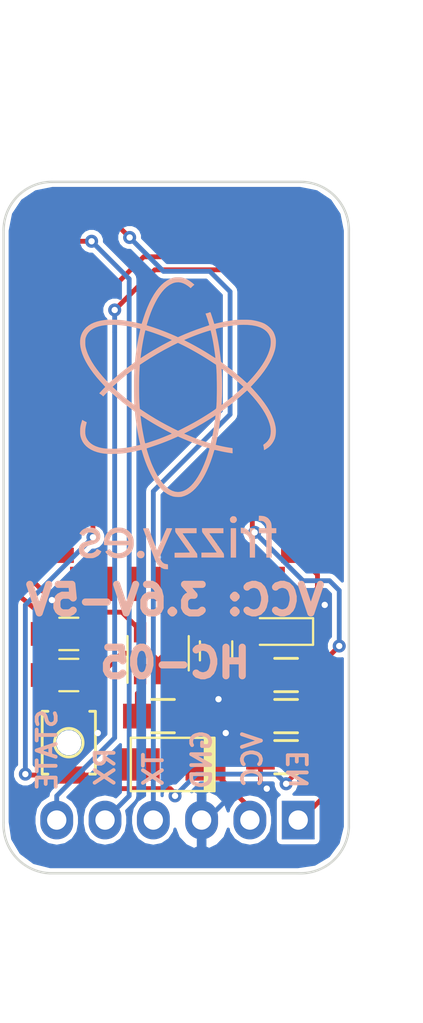
<source format=kicad_pcb>
(kicad_pcb (version 4) (host pcbnew 4.0.7-e2-6376~58~ubuntu16.04.1)

  (general
    (links 26)
    (no_connects 0)
    (area 139.760326 76.517499 158.051501 112.969674)
    (thickness 1.6)
    (drawings 18)
    (tracks 141)
    (zones 0)
    (modules 15)
    (nets 39)
  )

  (page A4)
  (layers
    (0 F.Cu signal)
    (31 B.Cu signal)
    (32 B.Adhes user)
    (33 F.Adhes user)
    (34 B.Paste user)
    (35 F.Paste user)
    (36 B.SilkS user)
    (37 F.SilkS user)
    (38 B.Mask user)
    (39 F.Mask user)
    (40 Dwgs.User user)
    (41 Cmts.User user)
    (42 Eco1.User user)
    (43 Eco2.User user)
    (44 Edge.Cuts user)
    (45 Margin user)
    (46 B.CrtYd user)
    (47 F.CrtYd user)
    (48 B.Fab user)
    (49 F.Fab user)
  )

  (setup
    (last_trace_width 0.254)
    (user_trace_width 0.1524)
    (user_trace_width 0.2)
    (user_trace_width 0.25)
    (user_trace_width 0.3)
    (user_trace_width 0.4)
    (user_trace_width 0.5)
    (user_trace_width 0.6)
    (user_trace_width 0.8)
    (user_trace_width 1)
    (user_trace_width 1.2)
    (user_trace_width 1.5)
    (user_trace_width 2)
    (trace_clearance 0.254)
    (zone_clearance 0.2)
    (zone_45_only no)
    (trace_min 0.1524)
    (segment_width 0.127)
    (edge_width 0.127)
    (via_size 0.6858)
    (via_drill 0.3302)
    (via_min_size 0.6858)
    (via_min_drill 0.3302)
    (uvia_size 0.508)
    (uvia_drill 0.127)
    (uvias_allowed no)
    (uvia_min_size 0.508)
    (uvia_min_drill 0.127)
    (pcb_text_width 0.127)
    (pcb_text_size 0.6 0.6)
    (mod_edge_width 0.127)
    (mod_text_size 0.6 0.6)
    (mod_text_width 0.127)
    (pad_size 0.8 0.8)
    (pad_drill 0.8)
    (pad_to_mask_clearance 0.05)
    (pad_to_paste_clearance -0.04)
    (aux_axis_origin 139.827 76.581)
    (visible_elements FFFCFF7F)
    (pcbplotparams
      (layerselection 0x010f0_80000001)
      (usegerberextensions true)
      (usegerberattributes true)
      (excludeedgelayer true)
      (linewidth 0.100000)
      (plotframeref false)
      (viasonmask false)
      (mode 1)
      (useauxorigin true)
      (hpglpennumber 1)
      (hpglpenspeed 20)
      (hpglpendiameter 15)
      (hpglpenoverlay 2)
      (psnegative false)
      (psa4output false)
      (plotreference false)
      (plotvalue false)
      (plotinvisibletext false)
      (padsonsilk false)
      (subtractmaskfromsilk false)
      (outputformat 1)
      (mirror false)
      (drillshape 0)
      (scaleselection 1)
      (outputdirectory CAM/))
  )

  (net 0 "")
  (net 1 "Net-(C1-Pad1)")
  (net 2 GND)
  (net 3 +3V3)
  (net 4 +5V)
  (net 5 "Net-(D1-Pad1)")
  (net 6 "Net-(D2-Pad2)")
  (net 7 EN)
  (net 8 TXD)
  (net 9 RXD)
  (net 10 STATE)
  (net 11 "Net-(R1-Pad1)")
  (net 12 "Net-(R3-Pad2)")
  (net 13 "Net-(R4-Pad2)")
  (net 14 "Net-(U1-Pad3)")
  (net 15 "Net-(U1-Pad4)")
  (net 16 "Net-(U1-Pad5)")
  (net 17 "Net-(U1-Pad6)")
  (net 18 "Net-(U1-Pad7)")
  (net 19 "Net-(U1-Pad8)")
  (net 20 "Net-(U1-Pad9)")
  (net 21 "Net-(U1-Pad10)")
  (net 22 "Net-(U1-Pad11)")
  (net 23 "Net-(U1-Pad14)")
  (net 24 "Net-(U1-Pad15)")
  (net 25 "Net-(U1-Pad16)")
  (net 26 "Net-(U1-Pad17)")
  (net 27 "Net-(U1-Pad19)")
  (net 28 "Net-(U1-Pad20)")
  (net 29 "Net-(U1-Pad21)")
  (net 30 "Net-(U1-Pad23)")
  (net 31 "Net-(U1-Pad24)")
  (net 32 "Net-(U1-Pad25)")
  (net 33 "Net-(U1-Pad26)")
  (net 34 "Net-(U1-Pad27)")
  (net 35 "Net-(U1-Pad28)")
  (net 36 "Net-(U1-Pad29)")
  (net 37 "Net-(U1-Pad30)")
  (net 38 "Net-(U1-Pad33)")

  (net_class Default "Dit is de standaard class."
    (clearance 0.254)
    (trace_width 0.254)
    (via_dia 0.6858)
    (via_drill 0.3302)
    (uvia_dia 0.508)
    (uvia_drill 0.127)
    (add_net +3V3)
    (add_net +5V)
    (add_net EN)
    (add_net GND)
    (add_net "Net-(C1-Pad1)")
    (add_net "Net-(D1-Pad1)")
    (add_net "Net-(D2-Pad2)")
    (add_net "Net-(R1-Pad1)")
    (add_net "Net-(R3-Pad2)")
    (add_net "Net-(R4-Pad2)")
    (add_net "Net-(U1-Pad10)")
    (add_net "Net-(U1-Pad11)")
    (add_net "Net-(U1-Pad14)")
    (add_net "Net-(U1-Pad15)")
    (add_net "Net-(U1-Pad16)")
    (add_net "Net-(U1-Pad17)")
    (add_net "Net-(U1-Pad19)")
    (add_net "Net-(U1-Pad20)")
    (add_net "Net-(U1-Pad21)")
    (add_net "Net-(U1-Pad23)")
    (add_net "Net-(U1-Pad24)")
    (add_net "Net-(U1-Pad25)")
    (add_net "Net-(U1-Pad26)")
    (add_net "Net-(U1-Pad27)")
    (add_net "Net-(U1-Pad28)")
    (add_net "Net-(U1-Pad29)")
    (add_net "Net-(U1-Pad3)")
    (add_net "Net-(U1-Pad30)")
    (add_net "Net-(U1-Pad33)")
    (add_net "Net-(U1-Pad4)")
    (add_net "Net-(U1-Pad5)")
    (add_net "Net-(U1-Pad6)")
    (add_net "Net-(U1-Pad7)")
    (add_net "Net-(U1-Pad8)")
    (add_net "Net-(U1-Pad9)")
    (add_net RXD)
    (add_net STATE)
    (add_net TXD)
  )

  (net_class 0.2mm ""
    (clearance 0.2)
    (trace_width 0.2)
    (via_dia 0.6858)
    (via_drill 0.3302)
    (uvia_dia 0.508)
    (uvia_drill 0.127)
  )

  (net_class Minimal ""
    (clearance 0.1524)
    (trace_width 0.1524)
    (via_dia 0.6858)
    (via_drill 0.3302)
    (uvia_dia 0.508)
    (uvia_drill 0.127)
  )

  (module IFS-BoB:HC-06 (layer F.Cu) (tedit 59062A13) (tstamp 59061B3A)
    (at 148.971 84.201)
    (path /5905199F)
    (fp_text reference U1 (at 0 -14.5) (layer F.SilkS) hide
      (effects (font (size 1 1) (thickness 0.15)))
    )
    (fp_text value HC-05 (at 0 15.5) (layer F.Fab) hide
      (effects (font (size 1 1) (thickness 0.15)))
    )
    (fp_line (start 7.5 -6.65) (end 6.75 -6.65) (layer Dwgs.User) (width 0.05))
    (fp_line (start 6.75 -6.65) (end 6.75 -13.6) (layer Dwgs.User) (width 0.05))
    (fp_line (start 6.75 -13.6) (end -6.75 -13.6) (layer Dwgs.User) (width 0.05))
    (fp_line (start -6.75 -13.6) (end -6.75 -6.65) (layer Dwgs.User) (width 0.05))
    (fp_line (start -6.75 -6.65) (end -7.5 -6.65) (layer Dwgs.User) (width 0.05))
    (fp_line (start 5.9 14.65) (end 5.9 13.6) (layer Dwgs.User) (width 0.05))
    (fp_line (start 5.9 13.6) (end 6.75 13.6) (layer Dwgs.User) (width 0.05))
    (fp_line (start 6.75 13.6) (end 6.75 12.65) (layer Dwgs.User) (width 0.05))
    (fp_line (start 6.75 12.65) (end 7.5 12.65) (layer Dwgs.User) (width 0.05))
    (fp_line (start -7.5 12.65) (end -6.75 12.65) (layer Dwgs.User) (width 0.05))
    (fp_line (start -6.75 12.65) (end -6.75 13.6) (layer Dwgs.User) (width 0.05))
    (fp_line (start -6.75 13.6) (end -5.9 13.6) (layer Dwgs.User) (width 0.05))
    (fp_line (start -5.9 13.6) (end -5.9 14.65) (layer Dwgs.User) (width 0.05))
    (fp_line (start 7.5 -6.65) (end 7.5 12.65) (layer Dwgs.User) (width 0.05))
    (fp_line (start 5.9 14.65) (end -5.9 14.65) (layer Dwgs.User) (width 0.05))
    (fp_line (start -7.5 12.65) (end -7.5 -6.65) (layer Dwgs.User) (width 0.05))
    (fp_line (start 5.8 13.35) (end 6.5 13.35) (layer Dwgs.User) (width 0.12))
    (fp_line (start 6.5 13.35) (end 6.5 12.55) (layer Dwgs.User) (width 0.12))
    (fp_line (start -6.5 12.55) (end -6.5 13.35) (layer Dwgs.User) (width 0.12))
    (fp_line (start -6.5 13.35) (end -5.8 13.35) (layer Dwgs.User) (width 0.12))
    (fp_line (start -6.5 -6.55) (end -6.5 -13.35) (layer Dwgs.User) (width 0.12))
    (fp_line (start -6.5 -13.35) (end 6.5 -13.35) (layer Dwgs.User) (width 0.12))
    (fp_line (start 6.5 -13.35) (end 6.5 -6.55) (layer Dwgs.User) (width 0.12))
    (pad 1 smd rect (at -6.35 -6) (size 1.8 0.8) (layers F.Cu F.Paste F.Mask)
      (net 8 TXD))
    (pad 2 smd rect (at -6.35 -4.5) (size 1.8 0.8) (layers F.Cu F.Paste F.Mask)
      (net 9 RXD))
    (pad 3 smd rect (at -6.35 -3) (size 1.8 0.8) (layers F.Cu F.Paste F.Mask)
      (net 14 "Net-(U1-Pad3)"))
    (pad 4 smd rect (at -6.35 -1.5) (size 1.8 0.8) (layers F.Cu F.Paste F.Mask)
      (net 15 "Net-(U1-Pad4)"))
    (pad 5 smd rect (at -6.35 0) (size 1.8 0.8) (layers F.Cu F.Paste F.Mask)
      (net 16 "Net-(U1-Pad5)"))
    (pad 6 smd rect (at -6.35 1.5) (size 1.8 0.8) (layers F.Cu F.Paste F.Mask)
      (net 17 "Net-(U1-Pad6)"))
    (pad 7 smd rect (at -6.35 3) (size 1.8 0.8) (layers F.Cu F.Paste F.Mask)
      (net 18 "Net-(U1-Pad7)"))
    (pad 8 smd rect (at -6.35 4.5) (size 1.8 0.8) (layers F.Cu F.Paste F.Mask)
      (net 19 "Net-(U1-Pad8)"))
    (pad 9 smd rect (at -6.35 6) (size 1.8 0.8) (layers F.Cu F.Paste F.Mask)
      (net 20 "Net-(U1-Pad9)"))
    (pad 10 smd rect (at -6.35 7.5) (size 1.8 0.8) (layers F.Cu F.Paste F.Mask)
      (net 21 "Net-(U1-Pad10)"))
    (pad 11 smd rect (at -6.35 9) (size 1.8 0.8) (layers F.Cu F.Paste F.Mask)
      (net 22 "Net-(U1-Pad11)"))
    (pad 12 smd rect (at -6.35 10.5) (size 1.8 0.8) (layers F.Cu F.Paste F.Mask)
      (net 3 +3V3))
    (pad 13 smd rect (at -6.35 12) (size 1.8 0.8) (layers F.Cu F.Paste F.Mask)
      (net 2 GND))
    (pad 14 smd rect (at -5.25 13.5) (size 0.8 1.8) (layers F.Cu F.Paste F.Mask)
      (net 23 "Net-(U1-Pad14)"))
    (pad 15 smd rect (at -3.75 13.5) (size 0.8 1.8) (layers F.Cu F.Paste F.Mask)
      (net 24 "Net-(U1-Pad15)"))
    (pad 16 smd rect (at -2.25 13.5) (size 0.8 1.8) (layers F.Cu F.Paste F.Mask)
      (net 25 "Net-(U1-Pad16)"))
    (pad 17 smd rect (at -0.75 13.5) (size 0.8 1.8) (layers F.Cu F.Paste F.Mask)
      (net 26 "Net-(U1-Pad17)"))
    (pad 18 smd rect (at 0.75 13.5) (size 0.8 1.8) (layers F.Cu F.Paste F.Mask))
    (pad 19 smd rect (at 2.25 13.5) (size 0.8 1.8) (layers F.Cu F.Paste F.Mask)
      (net 27 "Net-(U1-Pad19)"))
    (pad 20 smd rect (at 3.75 13.5) (size 0.8 1.8) (layers F.Cu F.Paste F.Mask)
      (net 28 "Net-(U1-Pad20)"))
    (pad 21 smd rect (at 5.25 13.5) (size 0.8 1.8) (layers F.Cu F.Paste F.Mask)
      (net 29 "Net-(U1-Pad21)"))
    (pad 22 smd rect (at 6.35 12) (size 1.8 0.8) (layers F.Cu F.Paste F.Mask)
      (net 2 GND))
    (pad 23 smd rect (at 6.35 10.5) (size 1.8 0.8) (layers F.Cu F.Paste F.Mask)
      (net 30 "Net-(U1-Pad23)"))
    (pad 24 smd rect (at 6.35 9) (size 1.8 0.8) (layers F.Cu F.Paste F.Mask)
      (net 31 "Net-(U1-Pad24)"))
    (pad 25 smd rect (at 6.35 7.5) (size 1.8 0.8) (layers F.Cu F.Paste F.Mask)
      (net 32 "Net-(U1-Pad25)"))
    (pad 26 smd rect (at 6.35 6) (size 1.8 0.8) (layers F.Cu F.Paste F.Mask)
      (net 33 "Net-(U1-Pad26)"))
    (pad 27 smd rect (at 6.35 4.5) (size 1.8 0.8) (layers F.Cu F.Paste F.Mask)
      (net 34 "Net-(U1-Pad27)"))
    (pad 28 smd rect (at 6.35 3) (size 1.8 0.8) (layers F.Cu F.Paste F.Mask)
      (net 35 "Net-(U1-Pad28)"))
    (pad 29 smd rect (at 6.35 1.5) (size 1.8 0.8) (layers F.Cu F.Paste F.Mask)
      (net 36 "Net-(U1-Pad29)"))
    (pad 30 smd rect (at 6.35 0) (size 1.8 0.8) (layers F.Cu F.Paste F.Mask)
      (net 37 "Net-(U1-Pad30)"))
    (pad 31 smd rect (at 6.35 -1.5) (size 1.8 0.8) (layers F.Cu F.Paste F.Mask)
      (net 13 "Net-(R4-Pad2)"))
    (pad 32 smd rect (at 6.35 -3) (size 1.8 0.8) (layers F.Cu F.Paste F.Mask)
      (net 10 STATE))
    (pad 33 smd rect (at 6.35 -4.5) (size 1.8 0.8) (layers F.Cu F.Paste F.Mask)
      (net 38 "Net-(U1-Pad33)"))
    (pad 34 smd rect (at 6.35 -6) (size 1.8 0.8) (layers F.Cu F.Paste F.Mask)
      (net 12 "Net-(R3-Pad2)"))
    (model ${KIPRJMOD}/3d_models/itead_hc-05.wrl
      (at (xyz 0 0 0))
      (scale (xyz 1 1 1))
      (rotate (xyz 0 0 0))
    )
  )

  (module Pin_Headers:Pin_Header_Angled_1x06 (layer F.Cu) (tedit 590629F8) (tstamp 59061AF5)
    (at 155.321 110.109 270)
    (descr "Through hole pin header")
    (tags "pin header")
    (path /590610F4)
    (fp_text reference P1 (at 0 -5.1 270) (layer F.SilkS) hide
      (effects (font (size 1 1) (thickness 0.15)))
    )
    (fp_text value CONN_01X06 (at 0 -3.1 270) (layer F.Fab)
      (effects (font (size 1 1) (thickness 0.15)))
    )
    (fp_line (start -1.5 -1.75) (end -1.5 14.45) (layer Dwgs.User) (width 0.05))
    (fp_line (start 10.65 -1.75) (end 10.65 14.45) (layer Dwgs.User) (width 0.05))
    (fp_line (start -1.5 -1.75) (end 10.65 -1.75) (layer Dwgs.User) (width 0.05))
    (fp_line (start -1.5 14.45) (end 10.65 14.45) (layer Dwgs.User) (width 0.05))
    (fp_line (start -1.3 -1.55) (end -1.3 0) (layer Dwgs.User) (width 0.15))
    (fp_line (start 0 -1.55) (end -1.3 -1.55) (layer Dwgs.User) (width 0.15))
    (fp_line (start 4.191 -0.127) (end 10.033 -0.127) (layer Dwgs.User) (width 0.15))
    (fp_line (start 10.033 -0.127) (end 10.033 0.127) (layer Dwgs.User) (width 0.15))
    (fp_line (start 10.033 0.127) (end 4.191 0.127) (layer Dwgs.User) (width 0.15))
    (fp_line (start 4.191 0.127) (end 4.191 0) (layer Dwgs.User) (width 0.15))
    (fp_line (start 4.191 0) (end 10.033 0) (layer Dwgs.User) (width 0.15))
    (fp_line (start 1.524 -0.254) (end 1.143 -0.254) (layer Dwgs.User) (width 0.15))
    (fp_line (start 1.524 0.254) (end 1.143 0.254) (layer Dwgs.User) (width 0.15))
    (fp_line (start 1.524 2.286) (end 1.143 2.286) (layer Dwgs.User) (width 0.15))
    (fp_line (start 1.524 2.794) (end 1.143 2.794) (layer Dwgs.User) (width 0.15))
    (fp_line (start 1.524 4.826) (end 1.143 4.826) (layer Dwgs.User) (width 0.15))
    (fp_line (start 1.524 5.334) (end 1.143 5.334) (layer Dwgs.User) (width 0.15))
    (fp_line (start 1.524 12.954) (end 1.143 12.954) (layer Dwgs.User) (width 0.15))
    (fp_line (start 1.524 12.446) (end 1.143 12.446) (layer Dwgs.User) (width 0.15))
    (fp_line (start 1.524 10.414) (end 1.143 10.414) (layer Dwgs.User) (width 0.15))
    (fp_line (start 1.524 9.906) (end 1.143 9.906) (layer Dwgs.User) (width 0.15))
    (fp_line (start 1.524 7.874) (end 1.143 7.874) (layer Dwgs.User) (width 0.15))
    (fp_line (start 1.524 7.366) (end 1.143 7.366) (layer Dwgs.User) (width 0.15))
    (fp_line (start 1.524 -1.27) (end 4.064 -1.27) (layer Dwgs.User) (width 0.15))
    (fp_line (start 1.524 1.27) (end 4.064 1.27) (layer Dwgs.User) (width 0.15))
    (fp_line (start 1.524 1.27) (end 1.524 3.81) (layer Dwgs.User) (width 0.15))
    (fp_line (start 1.524 3.81) (end 4.064 3.81) (layer Dwgs.User) (width 0.15))
    (fp_line (start 4.064 2.286) (end 10.16 2.286) (layer Dwgs.User) (width 0.15))
    (fp_line (start 10.16 2.286) (end 10.16 2.794) (layer Dwgs.User) (width 0.15))
    (fp_line (start 10.16 2.794) (end 4.064 2.794) (layer Dwgs.User) (width 0.15))
    (fp_line (start 4.064 3.81) (end 4.064 1.27) (layer Dwgs.User) (width 0.15))
    (fp_line (start 4.064 1.27) (end 4.064 -1.27) (layer Dwgs.User) (width 0.15))
    (fp_line (start 10.16 0.254) (end 4.064 0.254) (layer Dwgs.User) (width 0.15))
    (fp_line (start 10.16 -0.254) (end 10.16 0.254) (layer Dwgs.User) (width 0.15))
    (fp_line (start 4.064 -0.254) (end 10.16 -0.254) (layer Dwgs.User) (width 0.15))
    (fp_line (start 1.524 1.27) (end 4.064 1.27) (layer Dwgs.User) (width 0.15))
    (fp_line (start 1.524 -1.27) (end 1.524 1.27) (layer Dwgs.User) (width 0.15))
    (fp_line (start 1.524 8.89) (end 4.064 8.89) (layer Dwgs.User) (width 0.15))
    (fp_line (start 1.524 8.89) (end 1.524 11.43) (layer Dwgs.User) (width 0.15))
    (fp_line (start 1.524 11.43) (end 4.064 11.43) (layer Dwgs.User) (width 0.15))
    (fp_line (start 4.064 9.906) (end 10.16 9.906) (layer Dwgs.User) (width 0.15))
    (fp_line (start 10.16 9.906) (end 10.16 10.414) (layer Dwgs.User) (width 0.15))
    (fp_line (start 10.16 10.414) (end 4.064 10.414) (layer Dwgs.User) (width 0.15))
    (fp_line (start 4.064 11.43) (end 4.064 8.89) (layer Dwgs.User) (width 0.15))
    (fp_line (start 4.064 13.97) (end 4.064 11.43) (layer Dwgs.User) (width 0.15))
    (fp_line (start 10.16 12.954) (end 4.064 12.954) (layer Dwgs.User) (width 0.15))
    (fp_line (start 10.16 12.446) (end 10.16 12.954) (layer Dwgs.User) (width 0.15))
    (fp_line (start 4.064 12.446) (end 10.16 12.446) (layer Dwgs.User) (width 0.15))
    (fp_line (start 1.524 13.97) (end 4.064 13.97) (layer Dwgs.User) (width 0.15))
    (fp_line (start 1.524 11.43) (end 1.524 13.97) (layer Dwgs.User) (width 0.15))
    (fp_line (start 1.524 11.43) (end 4.064 11.43) (layer Dwgs.User) (width 0.15))
    (fp_line (start 1.524 6.35) (end 4.064 6.35) (layer Dwgs.User) (width 0.15))
    (fp_line (start 1.524 6.35) (end 1.524 8.89) (layer Dwgs.User) (width 0.15))
    (fp_line (start 1.524 8.89) (end 4.064 8.89) (layer Dwgs.User) (width 0.15))
    (fp_line (start 4.064 7.366) (end 10.16 7.366) (layer Dwgs.User) (width 0.15))
    (fp_line (start 10.16 7.366) (end 10.16 7.874) (layer Dwgs.User) (width 0.15))
    (fp_line (start 10.16 7.874) (end 4.064 7.874) (layer Dwgs.User) (width 0.15))
    (fp_line (start 4.064 8.89) (end 4.064 6.35) (layer Dwgs.User) (width 0.15))
    (fp_line (start 4.064 6.35) (end 4.064 3.81) (layer Dwgs.User) (width 0.15))
    (fp_line (start 10.16 5.334) (end 4.064 5.334) (layer Dwgs.User) (width 0.15))
    (fp_line (start 10.16 4.826) (end 10.16 5.334) (layer Dwgs.User) (width 0.15))
    (fp_line (start 4.064 4.826) (end 10.16 4.826) (layer Dwgs.User) (width 0.15))
    (fp_line (start 1.524 6.35) (end 4.064 6.35) (layer Dwgs.User) (width 0.15))
    (fp_line (start 1.524 3.81) (end 1.524 6.35) (layer Dwgs.User) (width 0.15))
    (fp_line (start 1.524 3.81) (end 4.064 3.81) (layer Dwgs.User) (width 0.15))
    (pad 1 thru_hole rect (at 0 0 270) (size 2.032 1.7272) (drill 1.016) (layers *.Cu *.Mask)
      (net 7 EN))
    (pad 2 thru_hole oval (at 0 2.54 270) (size 2.032 1.7272) (drill 1.016) (layers *.Cu *.Mask)
      (net 4 +5V))
    (pad 3 thru_hole oval (at 0 5.08 270) (size 2.032 1.7272) (drill 1.016) (layers *.Cu *.Mask)
      (net 2 GND))
    (pad 4 thru_hole oval (at 0 7.62 270) (size 2.032 1.7272) (drill 1.016) (layers *.Cu *.Mask)
      (net 8 TXD))
    (pad 5 thru_hole oval (at 0 10.16 270) (size 2.032 1.7272) (drill 1.016) (layers *.Cu *.Mask)
      (net 9 RXD))
    (pad 6 thru_hole oval (at 0 12.7 270) (size 2.032 1.7272) (drill 1.016) (layers *.Cu *.Mask)
      (net 10 STATE))
    (model ${KIPRJMOD}/3d_models/Pin_Header_Angled_1x06_Pitch2.54mm.wrl
      (at (xyz 0 0 0))
      (scale (xyz 1 1 1))
      (rotate (xyz 0 0 0))
    )
  )

  (module Capacitors_SMD:C_0805_HandSoldering (layer F.Cu) (tedit 59062A6D) (tstamp 59061AD3)
    (at 151.003 101.219 270)
    (descr "Capacitor SMD 0805, hand soldering")
    (tags "capacitor 0805")
    (path /590615A9)
    (attr smd)
    (fp_text reference C1 (at 0 -2.1 270) (layer F.SilkS) hide
      (effects (font (size 1 1) (thickness 0.15)))
    )
    (fp_text value 470p (at 0 2.1 270) (layer F.Fab) hide
      (effects (font (size 1 1) (thickness 0.15)))
    )
    (fp_line (start -1 0.625) (end -1 -0.625) (layer F.Fab) (width 0.1))
    (fp_line (start 1 0.625) (end -1 0.625) (layer F.Fab) (width 0.1))
    (fp_line (start 1 -0.625) (end 1 0.625) (layer F.Fab) (width 0.1))
    (fp_line (start -1 -0.625) (end 1 -0.625) (layer F.Fab) (width 0.1))
    (fp_line (start -2.3 -1) (end 2.3 -1) (layer F.CrtYd) (width 0.05))
    (fp_line (start -2.3 1) (end 2.3 1) (layer F.CrtYd) (width 0.05))
    (fp_line (start -2.3 -1) (end -2.3 1) (layer F.CrtYd) (width 0.05))
    (fp_line (start 2.3 -1) (end 2.3 1) (layer F.CrtYd) (width 0.05))
    (fp_line (start 0.5 -0.85) (end -0.5 -0.85) (layer F.SilkS) (width 0.12))
    (fp_line (start -0.5 0.85) (end 0.5 0.85) (layer F.SilkS) (width 0.12))
    (pad 1 smd rect (at -1.25 0 270) (size 1.5 1.25) (layers F.Cu F.Paste F.Mask)
      (net 1 "Net-(C1-Pad1)"))
    (pad 2 smd rect (at 1.25 0 270) (size 1.5 1.25) (layers F.Cu F.Paste F.Mask)
      (net 2 GND))
    (model Capacitors_SMD.3dshapes/C_0805.wrl
      (at (xyz 0 0 0))
      (scale (xyz 1 1 1))
      (rotate (xyz 0 0 0))
    )
  )

  (module Capacitors_SMD:C_0805_HandSoldering (layer F.Cu) (tedit 59062A2A) (tstamp 59061AD9)
    (at 143.256 100.33)
    (descr "Capacitor SMD 0805, hand soldering")
    (tags "capacitor 0805")
    (path /59061431)
    (attr smd)
    (fp_text reference C2 (at 0 -2.1) (layer F.SilkS) hide
      (effects (font (size 1 1) (thickness 0.15)))
    )
    (fp_text value 100n (at 0 2.1) (layer F.Fab) hide
      (effects (font (size 1 1) (thickness 0.15)))
    )
    (fp_line (start -1 0.625) (end -1 -0.625) (layer F.Fab) (width 0.1))
    (fp_line (start 1 0.625) (end -1 0.625) (layer F.Fab) (width 0.1))
    (fp_line (start 1 -0.625) (end 1 0.625) (layer F.Fab) (width 0.1))
    (fp_line (start -1 -0.625) (end 1 -0.625) (layer F.Fab) (width 0.1))
    (fp_line (start -2.3 -1) (end 2.3 -1) (layer F.CrtYd) (width 0.05))
    (fp_line (start -2.3 1) (end 2.3 1) (layer F.CrtYd) (width 0.05))
    (fp_line (start -2.3 -1) (end -2.3 1) (layer F.CrtYd) (width 0.05))
    (fp_line (start 2.3 -1) (end 2.3 1) (layer F.CrtYd) (width 0.05))
    (fp_line (start 0.5 -0.85) (end -0.5 -0.85) (layer F.SilkS) (width 0.12))
    (fp_line (start -0.5 0.85) (end 0.5 0.85) (layer F.SilkS) (width 0.12))
    (pad 1 smd rect (at -1.25 0) (size 1.5 1.25) (layers F.Cu F.Paste F.Mask)
      (net 3 +3V3))
    (pad 2 smd rect (at 1.25 0) (size 1.5 1.25) (layers F.Cu F.Paste F.Mask)
      (net 2 GND))
    (model Capacitors_SMD.3dshapes/C_0805.wrl
      (at (xyz 0 0 0))
      (scale (xyz 1 1 1))
      (rotate (xyz 0 0 0))
    )
  )

  (module Capacitors_SMD:C_0805_HandSoldering (layer F.Cu) (tedit 59062A38) (tstamp 59061ADF)
    (at 143.256 102.489)
    (descr "Capacitor SMD 0805, hand soldering")
    (tags "capacitor 0805")
    (path /59061967)
    (attr smd)
    (fp_text reference C3 (at 0 -2.1) (layer F.SilkS) hide
      (effects (font (size 1 1) (thickness 0.15)))
    )
    (fp_text value 1u (at 0 2.1) (layer F.Fab) hide
      (effects (font (size 1 1) (thickness 0.15)))
    )
    (fp_line (start -1 0.625) (end -1 -0.625) (layer F.Fab) (width 0.1))
    (fp_line (start 1 0.625) (end -1 0.625) (layer F.Fab) (width 0.1))
    (fp_line (start 1 -0.625) (end 1 0.625) (layer F.Fab) (width 0.1))
    (fp_line (start -1 -0.625) (end 1 -0.625) (layer F.Fab) (width 0.1))
    (fp_line (start -2.3 -1) (end 2.3 -1) (layer F.CrtYd) (width 0.05))
    (fp_line (start -2.3 1) (end 2.3 1) (layer F.CrtYd) (width 0.05))
    (fp_line (start -2.3 -1) (end -2.3 1) (layer F.CrtYd) (width 0.05))
    (fp_line (start 2.3 -1) (end 2.3 1) (layer F.CrtYd) (width 0.05))
    (fp_line (start 0.5 -0.85) (end -0.5 -0.85) (layer F.SilkS) (width 0.12))
    (fp_line (start -0.5 0.85) (end 0.5 0.85) (layer F.SilkS) (width 0.12))
    (pad 1 smd rect (at -1.25 0) (size 1.5 1.25) (layers F.Cu F.Paste F.Mask)
      (net 3 +3V3))
    (pad 2 smd rect (at 1.25 0) (size 1.5 1.25) (layers F.Cu F.Paste F.Mask)
      (net 2 GND))
    (model Capacitors_SMD.3dshapes/C_0805.wrl
      (at (xyz 0 0 0))
      (scale (xyz 1 1 1))
      (rotate (xyz 0 0 0))
    )
  )

  (module w_smd_diode:do214ac (layer F.Cu) (tedit 59062A88) (tstamp 59061AE5)
    (at 148.717 107.188)
    (descr DO214AC)
    (path /5905D64B)
    (fp_text reference D1 (at 0 -1.9685) (layer F.SilkS) hide
      (effects (font (size 0.50038 0.50038) (thickness 0.11938)))
    )
    (fp_text value 1N5817 (at 0 1.9685) (layer F.SilkS) hide
      (effects (font (size 0.50038 0.50038) (thickness 0.11938)))
    )
    (fp_line (start 2.10058 1.39954) (end 2.10058 -1.39954) (layer F.SilkS) (width 0.127))
    (fp_line (start 1.99898 -1.39954) (end 1.99898 1.39954) (layer F.SilkS) (width 0.127))
    (fp_line (start 1.89992 1.39954) (end 1.89992 -1.39954) (layer F.SilkS) (width 0.127))
    (fp_line (start 1.80086 -1.39954) (end 1.80086 1.39954) (layer F.SilkS) (width 0.127))
    (fp_line (start 1.69926 -1.39954) (end 1.69926 1.39954) (layer F.SilkS) (width 0.127))
    (fp_line (start 2.19964 -1.39954) (end -2.19964 -1.39954) (layer F.SilkS) (width 0.127))
    (fp_line (start -2.19964 -1.39954) (end -2.19964 1.39954) (layer F.SilkS) (width 0.127))
    (fp_line (start -2.19964 1.39954) (end 2.19964 1.39954) (layer F.SilkS) (width 0.127))
    (fp_line (start 2.19964 1.39954) (end 2.19964 -1.39954) (layer F.SilkS) (width 0.127))
    (pad 2 smd rect (at 1.72974 0) (size 2.10058 1.69926) (layers F.Cu F.Paste F.Mask)
      (net 4 +5V))
    (pad 1 smd rect (at -1.72974 0) (size 2.10058 1.69926) (layers F.Cu F.Paste F.Mask)
      (net 5 "Net-(D1-Pad1)"))
    (model ${KIPRJMOD}/3d_models/do214ac.wrl
      (at (xyz 0 0 0))
      (scale (xyz 1 1 1))
      (rotate (xyz 0 0 0))
    )
  )

  (module LEDs:LED_0805 (layer F.Cu) (tedit 59062A55) (tstamp 59061AEB)
    (at 154.305 100.203 180)
    (descr "LED 0805 smd package")
    (tags "LED led 0805 SMD smd SMT smt smdled SMDLED smtled SMTLED")
    (path /590603FE)
    (attr smd)
    (fp_text reference D2 (at 0 -1.45 180) (layer F.SilkS) hide
      (effects (font (size 1 1) (thickness 0.15)))
    )
    (fp_text value LED (at 0 1.55 180) (layer F.Fab) hide
      (effects (font (size 1 1) (thickness 0.15)))
    )
    (fp_line (start -1.8 -0.7) (end -1.8 0.7) (layer F.SilkS) (width 0.12))
    (fp_line (start -0.4 -0.4) (end -0.4 0.4) (layer F.Fab) (width 0.1))
    (fp_line (start -0.4 0) (end 0.2 -0.4) (layer F.Fab) (width 0.1))
    (fp_line (start 0.2 0.4) (end -0.4 0) (layer F.Fab) (width 0.1))
    (fp_line (start 0.2 -0.4) (end 0.2 0.4) (layer F.Fab) (width 0.1))
    (fp_line (start 1 0.6) (end -1 0.6) (layer F.Fab) (width 0.1))
    (fp_line (start 1 -0.6) (end 1 0.6) (layer F.Fab) (width 0.1))
    (fp_line (start -1 -0.6) (end 1 -0.6) (layer F.Fab) (width 0.1))
    (fp_line (start -1 0.6) (end -1 -0.6) (layer F.Fab) (width 0.1))
    (fp_line (start -1.8 0.7) (end 1 0.7) (layer F.SilkS) (width 0.12))
    (fp_line (start -1.8 -0.7) (end 1 -0.7) (layer F.SilkS) (width 0.12))
    (fp_line (start 1.95 -0.85) (end 1.95 0.85) (layer F.CrtYd) (width 0.05))
    (fp_line (start 1.95 0.85) (end -1.95 0.85) (layer F.CrtYd) (width 0.05))
    (fp_line (start -1.95 0.85) (end -1.95 -0.85) (layer F.CrtYd) (width 0.05))
    (fp_line (start -1.95 -0.85) (end 1.95 -0.85) (layer F.CrtYd) (width 0.05))
    (pad 2 smd rect (at 1.1 0) (size 1.2 1.2) (layers F.Cu F.Paste F.Mask)
      (net 6 "Net-(D2-Pad2)"))
    (pad 1 smd rect (at -1.1 0) (size 1.2 1.2) (layers F.Cu F.Paste F.Mask)
      (net 2 GND))
    (model LEDs.3dshapes/LED_0805.wrl
      (at (xyz 0 0 0))
      (scale (xyz 1 1 1))
      (rotate (xyz 0 0 180))
    )
  )

  (module Resistors_SMD:R_0805_HandSoldering (layer F.Cu) (tedit 59062AB2) (tstamp 59061AFB)
    (at 154.686 104.648)
    (descr "Resistor SMD 0805, hand soldering")
    (tags "resistor 0805")
    (path /590627CB)
    (attr smd)
    (fp_text reference R1 (at 0 -2.1) (layer F.SilkS) hide
      (effects (font (size 1 1) (thickness 0.15)))
    )
    (fp_text value 41k (at 0 2.1) (layer F.Fab) hide
      (effects (font (size 1 1) (thickness 0.15)))
    )
    (fp_line (start -1 0.625) (end -1 -0.625) (layer F.Fab) (width 0.1))
    (fp_line (start 1 0.625) (end -1 0.625) (layer F.Fab) (width 0.1))
    (fp_line (start 1 -0.625) (end 1 0.625) (layer F.Fab) (width 0.1))
    (fp_line (start -1 -0.625) (end 1 -0.625) (layer F.Fab) (width 0.1))
    (fp_line (start -2.4 -1) (end 2.4 -1) (layer F.CrtYd) (width 0.05))
    (fp_line (start -2.4 1) (end 2.4 1) (layer F.CrtYd) (width 0.05))
    (fp_line (start -2.4 -1) (end -2.4 1) (layer F.CrtYd) (width 0.05))
    (fp_line (start 2.4 -1) (end 2.4 1) (layer F.CrtYd) (width 0.05))
    (fp_line (start 0.6 0.875) (end -0.6 0.875) (layer F.SilkS) (width 0.15))
    (fp_line (start -0.6 -0.875) (end 0.6 -0.875) (layer F.SilkS) (width 0.15))
    (pad 1 smd rect (at -1.35 0) (size 1.5 1.3) (layers F.Cu F.Paste F.Mask)
      (net 11 "Net-(R1-Pad1)"))
    (pad 2 smd rect (at 1.35 0) (size 1.5 1.3) (layers F.Cu F.Paste F.Mask)
      (net 7 EN))
    (model Resistors_SMD.3dshapes/R_0805.wrl
      (at (xyz 0 0 0))
      (scale (xyz 1 1 1))
      (rotate (xyz 0 0 0))
    )
  )

  (module Resistors_SMD:R_0805_HandSoldering (layer F.Cu) (tedit 59062A7B) (tstamp 59061B01)
    (at 148.209 104.648 180)
    (descr "Resistor SMD 0805, hand soldering")
    (tags "resistor 0805")
    (path /590629F2)
    (attr smd)
    (fp_text reference R2 (at 0 -2.1 180) (layer F.SilkS) hide
      (effects (font (size 1 1) (thickness 0.15)))
    )
    (fp_text value 220k (at 0 2.1 180) (layer F.Fab) hide
      (effects (font (size 1 1) (thickness 0.15)))
    )
    (fp_line (start -1 0.625) (end -1 -0.625) (layer F.Fab) (width 0.1))
    (fp_line (start 1 0.625) (end -1 0.625) (layer F.Fab) (width 0.1))
    (fp_line (start 1 -0.625) (end 1 0.625) (layer F.Fab) (width 0.1))
    (fp_line (start -1 -0.625) (end 1 -0.625) (layer F.Fab) (width 0.1))
    (fp_line (start -2.4 -1) (end 2.4 -1) (layer F.CrtYd) (width 0.05))
    (fp_line (start -2.4 1) (end 2.4 1) (layer F.CrtYd) (width 0.05))
    (fp_line (start -2.4 -1) (end -2.4 1) (layer F.CrtYd) (width 0.05))
    (fp_line (start 2.4 -1) (end 2.4 1) (layer F.CrtYd) (width 0.05))
    (fp_line (start 0.6 0.875) (end -0.6 0.875) (layer F.SilkS) (width 0.15))
    (fp_line (start -0.6 -0.875) (end 0.6 -0.875) (layer F.SilkS) (width 0.15))
    (pad 1 smd rect (at -1.35 0 180) (size 1.5 1.3) (layers F.Cu F.Paste F.Mask)
      (net 11 "Net-(R1-Pad1)"))
    (pad 2 smd rect (at 1.35 0 180) (size 1.5 1.3) (layers F.Cu F.Paste F.Mask)
      (net 5 "Net-(D1-Pad1)"))
    (model Resistors_SMD.3dshapes/R_0805.wrl
      (at (xyz 0 0 0))
      (scale (xyz 1 1 1))
      (rotate (xyz 0 0 0))
    )
  )

  (module Resistors_SMD:R_0805_HandSoldering (layer F.Cu) (tedit 59062AAB) (tstamp 59061B07)
    (at 154.686 106.807)
    (descr "Resistor SMD 0805, hand soldering")
    (tags "resistor 0805")
    (path /5905EE88)
    (attr smd)
    (fp_text reference R3 (at 0 -2.1) (layer F.SilkS) hide
      (effects (font (size 1 1) (thickness 0.15)))
    )
    (fp_text value 10k (at 0 2.1) (layer F.Fab) hide
      (effects (font (size 1 1) (thickness 0.15)))
    )
    (fp_line (start -1 0.625) (end -1 -0.625) (layer F.Fab) (width 0.1))
    (fp_line (start 1 0.625) (end -1 0.625) (layer F.Fab) (width 0.1))
    (fp_line (start 1 -0.625) (end 1 0.625) (layer F.Fab) (width 0.1))
    (fp_line (start -1 -0.625) (end 1 -0.625) (layer F.Fab) (width 0.1))
    (fp_line (start -2.4 -1) (end 2.4 -1) (layer F.CrtYd) (width 0.05))
    (fp_line (start -2.4 1) (end 2.4 1) (layer F.CrtYd) (width 0.05))
    (fp_line (start -2.4 -1) (end -2.4 1) (layer F.CrtYd) (width 0.05))
    (fp_line (start 2.4 -1) (end 2.4 1) (layer F.CrtYd) (width 0.05))
    (fp_line (start 0.6 0.875) (end -0.6 0.875) (layer F.SilkS) (width 0.15))
    (fp_line (start -0.6 -0.875) (end 0.6 -0.875) (layer F.SilkS) (width 0.15))
    (pad 1 smd rect (at -1.35 0) (size 1.5 1.3) (layers F.Cu F.Paste F.Mask)
      (net 2 GND))
    (pad 2 smd rect (at 1.35 0) (size 1.5 1.3) (layers F.Cu F.Paste F.Mask)
      (net 12 "Net-(R3-Pad2)"))
    (model Resistors_SMD.3dshapes/R_0805.wrl
      (at (xyz 0 0 0))
      (scale (xyz 1 1 1))
      (rotate (xyz 0 0 0))
    )
  )

  (module Resistors_SMD:R_0805_HandSoldering (layer F.Cu) (tedit 59062A5F) (tstamp 59061B0D)
    (at 154.686 102.489)
    (descr "Resistor SMD 0805, hand soldering")
    (tags "resistor 0805")
    (path /5905FF13)
    (attr smd)
    (fp_text reference R4 (at 0 -2.1) (layer F.SilkS) hide
      (effects (font (size 1 1) (thickness 0.15)))
    )
    (fp_text value 2k (at 0 2.1) (layer F.Fab) hide
      (effects (font (size 1 1) (thickness 0.15)))
    )
    (fp_line (start -1 0.625) (end -1 -0.625) (layer F.Fab) (width 0.1))
    (fp_line (start 1 0.625) (end -1 0.625) (layer F.Fab) (width 0.1))
    (fp_line (start 1 -0.625) (end 1 0.625) (layer F.Fab) (width 0.1))
    (fp_line (start -1 -0.625) (end 1 -0.625) (layer F.Fab) (width 0.1))
    (fp_line (start -2.4 -1) (end 2.4 -1) (layer F.CrtYd) (width 0.05))
    (fp_line (start -2.4 1) (end 2.4 1) (layer F.CrtYd) (width 0.05))
    (fp_line (start -2.4 -1) (end -2.4 1) (layer F.CrtYd) (width 0.05))
    (fp_line (start 2.4 -1) (end 2.4 1) (layer F.CrtYd) (width 0.05))
    (fp_line (start 0.6 0.875) (end -0.6 0.875) (layer F.SilkS) (width 0.15))
    (fp_line (start -0.6 -0.875) (end 0.6 -0.875) (layer F.SilkS) (width 0.15))
    (pad 1 smd rect (at -1.35 0) (size 1.5 1.3) (layers F.Cu F.Paste F.Mask)
      (net 6 "Net-(D2-Pad2)"))
    (pad 2 smd rect (at 1.35 0) (size 1.5 1.3) (layers F.Cu F.Paste F.Mask)
      (net 13 "Net-(R4-Pad2)"))
    (model Resistors_SMD.3dshapes/R_0805.wrl
      (at (xyz 0 0 0))
      (scale (xyz 1 1 1))
      (rotate (xyz 0 0 0))
    )
  )

  (module Buttons_Switches_SMD:SW_SPST_B3U-1000P-B (layer F.Cu) (tedit 59062AA1) (tstamp 59061B14)
    (at 143.256 106.045 90)
    (descr "Ultra-small-sized Tactile Switch with High Contact Reliability, Top-actuated Model, without Ground Terminal, with Boss")
    (tags "Tactile Switch")
    (path /5905D492)
    (attr smd)
    (fp_text reference SW1 (at 0 -2.5 90) (layer F.SilkS) hide
      (effects (font (size 1 1) (thickness 0.15)))
    )
    (fp_text value SW_Push (at 0 2.5 90) (layer F.Fab) hide
      (effects (font (size 1 1) (thickness 0.15)))
    )
    (fp_line (start -2.4 1.65) (end 2.4 1.65) (layer F.CrtYd) (width 0.05))
    (fp_line (start 2.4 1.65) (end 2.4 -1.65) (layer F.CrtYd) (width 0.05))
    (fp_line (start 2.4 -1.65) (end -2.4 -1.65) (layer F.CrtYd) (width 0.05))
    (fp_line (start -2.4 -1.65) (end -2.4 1.65) (layer F.CrtYd) (width 0.05))
    (fp_circle (center 0 0) (end 0.75 0) (layer F.SilkS) (width 0.15))
    (fp_line (start -1.65 1.1) (end -1.65 1.4) (layer F.SilkS) (width 0.15))
    (fp_line (start -1.65 1.4) (end 1.65 1.4) (layer F.SilkS) (width 0.15))
    (fp_line (start 1.65 1.4) (end 1.65 1.1) (layer F.SilkS) (width 0.15))
    (fp_line (start -1.65 -1.1) (end -1.65 -1.4) (layer F.SilkS) (width 0.15))
    (fp_line (start -1.65 -1.4) (end 1.65 -1.4) (layer F.SilkS) (width 0.15))
    (fp_line (start 1.65 -1.4) (end 1.65 -1.1) (layer F.SilkS) (width 0.15))
    (fp_line (start -1.5 -1.25) (end 1.5 -1.25) (layer F.Fab) (width 0.15))
    (fp_line (start 1.5 -1.25) (end 1.5 1.25) (layer F.Fab) (width 0.15))
    (fp_line (start 1.5 1.25) (end -1.5 1.25) (layer F.Fab) (width 0.15))
    (fp_line (start -1.5 1.25) (end -1.5 -1.25) (layer F.Fab) (width 0.15))
    (pad 1 smd rect (at -1.7 0 90) (size 0.9 1.7) (layers F.Cu F.Paste F.Mask)
      (net 12 "Net-(R3-Pad2)"))
    (pad 2 smd rect (at 1.7 0 90) (size 0.9 1.7) (layers F.Cu F.Paste F.Mask)
      (net 3 +3V3))
    (pad "" np_thru_hole circle (at 0 0 90) (size 0.8 0.8) (drill 0.8) (layers *.Cu *.Mask))
  )

  (module TO_SOT_Packages_SMD:SOT-23-5 (layer F.Cu) (tedit 59062A41) (tstamp 59061B43)
    (at 147.955 101.346 90)
    (descr "5-pin SOT23 package")
    (tags SOT-23-5)
    (path /5905D5E8)
    (attr smd)
    (fp_text reference U2 (at 0 -2.9 90) (layer F.SilkS) hide
      (effects (font (size 1 1) (thickness 0.15)))
    )
    (fp_text value MIC5219-3.3BM5 (at 0 2.9 90) (layer F.Fab) hide
      (effects (font (size 1 1) (thickness 0.15)))
    )
    (fp_line (start -0.9 1.61) (end 0.9 1.61) (layer F.SilkS) (width 0.12))
    (fp_line (start 0.9 -1.61) (end -1.55 -1.61) (layer F.SilkS) (width 0.12))
    (fp_line (start -1.9 -1.8) (end 1.9 -1.8) (layer F.CrtYd) (width 0.05))
    (fp_line (start 1.9 -1.8) (end 1.9 1.8) (layer F.CrtYd) (width 0.05))
    (fp_line (start 1.9 1.8) (end -1.9 1.8) (layer F.CrtYd) (width 0.05))
    (fp_line (start -1.9 1.8) (end -1.9 -1.8) (layer F.CrtYd) (width 0.05))
    (fp_line (start 0.9 -1.55) (end -0.9 -1.55) (layer F.Fab) (width 0.15))
    (fp_line (start -0.9 -1.55) (end -0.9 1.55) (layer F.Fab) (width 0.15))
    (fp_line (start 0.9 1.55) (end -0.9 1.55) (layer F.Fab) (width 0.15))
    (fp_line (start 0.9 -1.55) (end 0.9 1.55) (layer F.Fab) (width 0.15))
    (pad 1 smd rect (at -1.1 -0.95 90) (size 1.06 0.65) (layers F.Cu F.Paste F.Mask)
      (net 5 "Net-(D1-Pad1)"))
    (pad 2 smd rect (at -1.1 0 90) (size 1.06 0.65) (layers F.Cu F.Paste F.Mask)
      (net 2 GND))
    (pad 3 smd rect (at -1.1 0.95 90) (size 1.06 0.65) (layers F.Cu F.Paste F.Mask)
      (net 11 "Net-(R1-Pad1)"))
    (pad 4 smd rect (at 1.1 0.95 90) (size 1.06 0.65) (layers F.Cu F.Paste F.Mask)
      (net 1 "Net-(C1-Pad1)"))
    (pad 5 smd rect (at 1.1 -0.95 90) (size 1.06 0.65) (layers F.Cu F.Paste F.Mask)
      (net 3 +3V3))
    (model TO_SOT_Packages_SMD.3dshapes/SOT-23-5.wrl
      (at (xyz 0 0 0))
      (scale (xyz 1 1 1))
      (rotate (xyz 0 0 0))
    )
  )

  (module Grape:atom_medium (layer B.Cu) (tedit 0) (tstamp 5A818B47)
    (at 148.9964 87.376 180)
    (fp_text reference G*** (at 0 0 180) (layer B.SilkS) hide
      (effects (font (thickness 0.3)) (justify mirror))
    )
    (fp_text value LOGO (at 0.75 0 180) (layer B.SilkS) hide
      (effects (font (thickness 0.3)) (justify mirror))
    )
    (fp_poly (pts (xy 0.066503 5.776929) (xy 0.121298 5.775495) (xy 0.164218 5.772388) (xy 0.200869 5.76699)
      (xy 0.236857 5.758681) (xy 0.277789 5.746842) (xy 0.282152 5.745507) (xy 0.434474 5.686861)
      (xy 0.583057 5.605729) (xy 0.727664 5.502449) (xy 0.868058 5.377359) (xy 1.003999 5.230797)
      (xy 1.135252 5.0631) (xy 1.261579 4.874607) (xy 1.382742 4.665655) (xy 1.498503 4.436583)
      (xy 1.608625 4.187729) (xy 1.71287 3.919429) (xy 1.811002 3.632023) (xy 1.845574 3.521363)
      (xy 1.865032 3.459339) (xy 1.882812 3.405964) (xy 1.89765 3.364771) (xy 1.908287 3.339294)
      (xy 1.912997 3.332609) (xy 1.926744 3.335653) (xy 1.959233 3.343041) (xy 2.006707 3.353914)
      (xy 2.065411 3.367411) (xy 2.126242 3.381439) (xy 2.461575 3.451579) (xy 2.787802 3.505193)
      (xy 2.923877 3.522939) (xy 3.01534 3.53204) (xy 3.12021 3.53936) (xy 3.233983 3.54484)
      (xy 3.352156 3.54842) (xy 3.470224 3.550043) (xy 3.583682 3.549648) (xy 3.688028 3.547177)
      (xy 3.778756 3.542571) (xy 3.851363 3.535771) (xy 3.856182 3.53514) (xy 4.060844 3.500911)
      (xy 4.245972 3.455659) (xy 4.412536 3.39898) (xy 4.561507 3.330471) (xy 4.693855 3.249727)
      (xy 4.810551 3.156346) (xy 4.844592 3.123882) (xy 4.944743 3.008836) (xy 5.02458 2.883553)
      (xy 5.084244 2.748503) (xy 5.123877 2.60416) (xy 5.143621 2.450995) (xy 5.14362 2.289479)
      (xy 5.124014 2.120085) (xy 5.084946 1.943284) (xy 5.026558 1.759549) (xy 4.948993 1.569351)
      (xy 4.852392 1.373162) (xy 4.736898 1.171454) (xy 4.602653 0.964699) (xy 4.449799 0.753368)
      (xy 4.278478 0.537934) (xy 4.088832 0.318868) (xy 3.956151 0.17512) (xy 3.911799 0.127739)
      (xy 3.873601 0.08604) (xy 3.844161 0.052939) (xy 3.826083 0.031351) (xy 3.821546 0.024409)
      (xy 3.829221 0.012275) (xy 3.848798 -0.009428) (xy 3.863218 -0.023713) (xy 3.886357 -0.046833)
      (xy 3.920878 -0.082609) (xy 3.962593 -0.126646) (xy 4.007312 -0.174547) (xy 4.019947 -0.188211)
      (xy 4.135005 -0.312922) (xy 4.067752 -0.356939) (xy 4.027209 -0.385601) (xy 3.989461 -0.415834)
      (xy 3.966349 -0.437412) (xy 3.932197 -0.473868) (xy 3.780515 -0.314914) (xy 3.628833 -0.155961)
      (xy 3.497166 -0.277992) (xy 3.206355 -0.536977) (xy 2.893957 -0.794825) (xy 2.559241 -1.05214)
      (xy 2.539732 -1.066612) (xy 2.459039 -1.126325) (xy 2.394928 -1.173857) (xy 2.345501 -1.210872)
      (xy 2.308862 -1.239034) (xy 2.283111 -1.260007) (xy 2.266353 -1.275457) (xy 2.25669 -1.287047)
      (xy 2.252224 -1.296441) (xy 2.251058 -1.305304) (xy 2.251294 -1.315301) (xy 2.251357 -1.319561)
      (xy 2.24953 -1.361539) (xy 2.244336 -1.423209) (xy 2.236191 -1.501479) (xy 2.225509 -1.593261)
      (xy 2.212705 -1.695467) (xy 2.198192 -1.805006) (xy 2.182385 -1.918791) (xy 2.165699 -2.033731)
      (xy 2.148549 -2.146738) (xy 2.131348 -2.254723) (xy 2.114511 -2.354597) (xy 2.106191 -2.401455)
      (xy 2.092754 -2.473546) (xy 2.077215 -2.553517) (xy 2.060395 -2.637467) (xy 2.043115 -2.721497)
      (xy 2.026195 -2.801705) (xy 2.010458 -2.874192) (xy 1.996723 -2.935056) (xy 1.985812 -2.980398)
      (xy 1.979456 -3.003552) (xy 1.980264 -3.012228) (xy 1.990635 -3.020508) (xy 2.013721 -3.029592)
      (xy 2.05267 -3.040678) (xy 2.110633 -3.054965) (xy 2.121066 -3.057435) (xy 2.364742 -3.111642)
      (xy 2.592076 -3.155111) (xy 2.806915 -3.188308) (xy 3.013108 -3.211699) (xy 3.214504 -3.225749)
      (xy 3.414951 -3.230922) (xy 3.546688 -3.229742) (xy 3.680968 -3.225317) (xy 3.797295 -3.217976)
      (xy 3.900694 -3.207068) (xy 3.996192 -3.191937) (xy 4.088815 -3.171932) (xy 4.18028 -3.147363)
      (xy 4.331095 -3.094337) (xy 4.465519 -3.028129) (xy 4.582697 -2.949494) (xy 4.681774 -2.859186)
      (xy 4.761895 -2.757961) (xy 4.822204 -2.646573) (xy 4.855371 -2.551546) (xy 4.875453 -2.442967)
      (xy 4.881513 -2.320103) (xy 4.873712 -2.186892) (xy 4.852209 -2.047271) (xy 4.831236 -1.956009)
      (xy 4.819125 -1.908554) (xy 4.809607 -1.869665) (xy 4.803957 -1.844634) (xy 4.802953 -1.83847)
      (xy 4.812681 -1.829495) (xy 4.837359 -1.816289) (xy 4.853924 -1.809013) (xy 4.892884 -1.790952)
      (xy 4.938863 -1.766796) (xy 4.96793 -1.750088) (xy 5.031008 -1.712104) (xy 5.066807 -1.828757)
      (xy 5.096236 -1.930239) (xy 5.117328 -2.0182) (xy 5.131254 -2.100163) (xy 5.139185 -2.183648)
      (xy 5.14229 -2.276179) (xy 5.14245 -2.314864) (xy 5.140808 -2.407549) (xy 5.135448 -2.484423)
      (xy 5.125112 -2.552633) (xy 5.108543 -2.619328) (xy 5.084483 -2.691656) (xy 5.068835 -2.73324)
      (xy 5.006906 -2.861735) (xy 4.924798 -2.980474) (xy 4.823609 -3.088665) (xy 4.704441 -3.185515)
      (xy 4.568393 -3.270233) (xy 4.416565 -3.342027) (xy 4.250058 -3.400103) (xy 4.087091 -3.440285)
      (xy 4.008115 -3.455632) (xy 3.937465 -3.467707) (xy 3.870587 -3.476877) (xy 3.802928 -3.483511)
      (xy 3.729937 -3.487976) (xy 3.64706 -3.490639) (xy 3.549745 -3.49187) (xy 3.446319 -3.492057)
      (xy 3.260901 -3.489098) (xy 3.08319 -3.480343) (xy 2.908284 -3.46519) (xy 2.731285 -3.443036)
      (xy 2.547292 -3.413279) (xy 2.351405 -3.375318) (xy 2.164773 -3.334527) (xy 2.097144 -3.319108)
      (xy 2.036084 -3.305228) (xy 1.98565 -3.293805) (xy 1.949899 -3.285758) (xy 1.933387 -3.28211)
      (xy 1.921215 -3.282181) (xy 1.911268 -3.290979) (xy 1.901319 -3.312507) (xy 1.889144 -3.350767)
      (xy 1.882694 -3.373274) (xy 1.80787 -3.620534) (xy 1.724589 -3.862951) (xy 1.634034 -4.097921)
      (xy 1.537385 -4.322841) (xy 1.435824 -4.535107) (xy 1.33053 -4.732115) (xy 1.222685 -4.911263)
      (xy 1.11347 -5.069946) (xy 1.112536 -5.071203) (xy 0.978845 -5.237093) (xy 0.840781 -5.380848)
      (xy 0.698529 -5.502327) (xy 0.55227 -5.601389) (xy 0.402189 -5.677891) (xy 0.265546 -5.72689)
      (xy 0.202863 -5.740483) (xy 0.125673 -5.750345) (xy 0.040999 -5.756212) (xy -0.044135 -5.757823)
      (xy -0.122703 -5.754918) (xy -0.187683 -5.747234) (xy -0.202045 -5.744293) (xy -0.355672 -5.698059)
      (xy -0.504116 -5.631268) (xy -0.647861 -5.543533) (xy -0.787388 -5.434465) (xy -0.923177 -5.303676)
      (xy -1.055711 -5.150779) (xy -1.185471 -4.975385) (xy -1.220098 -4.924113) (xy -1.325002 -4.754278)
      (xy -1.42824 -4.564456) (xy -1.528461 -4.357754) (xy -1.624315 -4.137272) (xy -1.71445 -3.906116)
      (xy -1.797516 -3.667389) (xy -1.870785 -3.429) (xy -1.886334 -3.376428) (xy -1.900336 -3.331949)
      (xy -1.911238 -3.300312) (xy -1.917419 -3.286343) (xy -1.931031 -3.285464) (xy -1.962936 -3.289572)
      (xy -2.00905 -3.297961) (xy -2.065286 -3.309927) (xy -2.097302 -3.31736) (xy -2.262838 -3.354898)
      (xy -2.429911 -3.389104) (xy -2.589852 -3.418265) (xy -2.690091 -3.434337) (xy -2.743792 -3.442426)
      (xy -2.791834 -3.449741) (xy -2.827801 -3.455302) (xy -2.842051 -3.457575) (xy -2.872785 -3.462653)
      (xy -2.869188 -3.208288) (xy -1.662545 -3.208288) (xy -1.659083 -3.225169) (xy -1.649451 -3.260373)
      (xy -1.634779 -3.310313) (xy -1.616198 -3.371405) (xy -1.594838 -3.440064) (xy -1.57183 -3.512705)
      (xy -1.548304 -3.585744) (xy -1.525391 -3.655595) (xy -1.504221 -3.718674) (xy -1.485925 -3.771396)
      (xy -1.478375 -3.792298) (xy -1.378474 -4.047914) (xy -1.274078 -4.284264) (xy -1.165479 -4.500953)
      (xy -1.052969 -4.697586) (xy -0.936841 -4.87377) (xy -0.817387 -5.02911) (xy -0.694899 -5.163211)
      (xy -0.569669 -5.275679) (xy -0.44199 -5.366119) (xy -0.312154 -5.434138) (xy -0.241784 -5.461226)
      (xy -0.118661 -5.491983) (xy 0.00459 -5.500699) (xy 0.131193 -5.487497) (xy 0.178955 -5.477222)
      (xy 0.301212 -5.436199) (xy 0.424021 -5.372725) (xy 0.546677 -5.287407) (xy 0.668478 -5.180852)
      (xy 0.788722 -5.053666) (xy 0.906706 -4.906455) (xy 1.00701 -4.7625) (xy 1.055157 -4.684614)
      (xy 1.109053 -4.589928) (xy 1.166282 -4.483242) (xy 1.224429 -4.369354) (xy 1.281079 -4.253066)
      (xy 1.333818 -4.139177) (xy 1.380231 -4.032485) (xy 1.404935 -3.971637) (xy 1.432943 -3.898303)
      (xy 1.462505 -3.817449) (xy 1.492729 -3.731857) (xy 1.522723 -3.64431) (xy 1.551594 -3.557594)
      (xy 1.57845 -3.47449) (xy 1.602399 -3.397782) (xy 1.622549 -3.330255) (xy 1.638008 -3.274691)
      (xy 1.647883 -3.233874) (xy 1.651281 -3.210587) (xy 1.650244 -3.206365) (xy 1.638463 -3.201989)
      (xy 1.607365 -3.191282) (xy 1.559568 -3.175123) (xy 1.497691 -3.154389) (xy 1.424354 -3.12996)
      (xy 1.342174 -3.102715) (xy 1.287319 -3.084591) (xy 1.059051 -3.006484) (xy 0.825769 -2.921402)
      (xy 0.594551 -2.832075) (xy 0.372476 -2.741231) (xy 0.180894 -2.658018) (xy -0.001894 -2.576025)
      (xy -0.171242 -2.651442) (xy -0.300242 -2.707673) (xy -0.438463 -2.765724) (xy -0.582908 -2.824478)
      (xy -0.73058 -2.882817) (xy -0.878481 -2.939625) (xy -1.023614 -2.993785) (xy -1.162982 -3.044181)
      (xy -1.293586 -3.089695) (xy -1.412431 -3.12921) (xy -1.516518 -3.161611) (xy -1.60285 -3.185779)
      (xy -1.610646 -3.187764) (xy -1.641321 -3.19694) (xy -1.659948 -3.20531) (xy -1.662545 -3.208288)
      (xy -2.869188 -3.208288) (xy -2.869045 -3.198199) (xy -2.834409 -3.192345) (xy -2.805129 -3.187653)
      (xy -2.762545 -3.181125) (xy -2.718954 -3.174629) (xy -2.625133 -3.159539) (xy -2.516319 -3.139855)
      (xy -2.399807 -3.117017) (xy -2.282894 -3.092463) (xy -2.172874 -3.067633) (xy -2.15492 -3.063378)
      (xy -1.983432 -3.022406) (xy -1.989842 -2.991908) (xy -1.994257 -2.971259) (xy -2.00268 -2.932176)
      (xy -2.014218 -2.878791) (xy -2.027978 -2.815236) (xy -2.043067 -2.745642) (xy -2.043138 -2.745318)
      (xy -2.082208 -2.555273) (xy -2.120284 -2.350871) (xy -2.155801 -2.140841) (xy -2.181421 -1.973946)
      (xy -2.187763 -1.928343) (xy -2.195603 -1.868532) (xy -2.204513 -1.798136) (xy -2.214063 -1.720779)
      (xy -2.223825 -1.640082) (xy -2.23337 -1.55967) (xy -2.242269 -1.483165) (xy -2.244197 -1.466161)
      (xy -1.981935 -1.466161) (xy -1.966645 -1.596103) (xy -1.935225 -1.841553) (xy -1.898736 -2.088679)
      (xy -1.858225 -2.331192) (xy -1.814739 -2.562807) (xy -1.772264 -2.764165) (xy -1.758583 -2.825501)
      (xy -1.746882 -2.878479) (xy -1.738009 -2.919204) (xy -1.732817 -2.943783) (xy -1.731818 -2.949241)
      (xy -1.721235 -2.94847) (xy -1.690792 -2.940745) (xy -1.642451 -2.926665) (xy -1.578172 -2.906829)
      (xy -1.499916 -2.881837) (xy -1.409644 -2.85229) (xy -1.351416 -2.83292) (xy -1.078466 -2.737376)
      (xy -0.800409 -2.632008) (xy -0.535665 -2.524049) (xy -0.325605 -2.435122) (xy 0.322589 -2.435122)
      (xy 0.323994 -2.436265) (xy 0.343814 -2.445702) (xy 0.38165 -2.462254) (xy 0.434062 -2.484509)
      (xy 0.497608 -2.511053) (xy 0.568846 -2.540474) (xy 0.644336 -2.571358) (xy 0.720635 -2.602293)
      (xy 0.794302 -2.631866) (xy 0.861896 -2.658664) (xy 0.919975 -2.681274) (xy 0.931671 -2.685751)
      (xy 0.993644 -2.70885) (xy 1.066213 -2.735032) (xy 1.146339 -2.763284) (xy 1.23098 -2.79259)
      (xy 1.317098 -2.821935) (xy 1.401651 -2.850305) (xy 1.4816 -2.876685) (xy 1.553905 -2.90006)
      (xy 1.615526 -2.919416) (xy 1.663422 -2.933736) (xy 1.694554 -2.942008) (xy 1.704311 -2.943659)
      (xy 1.720382 -2.93968) (xy 1.731191 -2.923462) (xy 1.740294 -2.889642) (xy 1.740377 -2.88925)
      (xy 1.777369 -2.712661) (xy 1.8095 -2.554636) (xy 1.837446 -2.411324) (xy 1.861888 -2.278874)
      (xy 1.883502 -2.153434) (xy 1.902968 -2.031151) (xy 1.920962 -1.908175) (xy 1.938163 -1.780653)
      (xy 1.945124 -1.726316) (xy 1.954013 -1.655302) (xy 1.961808 -1.591713) (xy 1.968069 -1.539252)
      (xy 1.972356 -1.501625) (xy 1.974227 -1.482537) (xy 1.974273 -1.481364) (xy 1.965236 -1.482315)
      (xy 1.940306 -1.494334) (xy 1.902757 -1.51561) (xy 1.855862 -1.544333) (xy 1.827069 -1.562782)
      (xy 1.595424 -1.709936) (xy 1.352565 -1.857693) (xy 1.104469 -2.002614) (xy 0.857115 -2.141257)
      (xy 0.616479 -2.270182) (xy 0.450955 -2.354948) (xy 0.389627 -2.386598) (xy 0.348515 -2.410046)
      (xy 0.326533 -2.425988) (xy 0.322589 -2.435122) (xy -0.325605 -2.435122) (xy -0.31395 -2.430188)
      (xy -0.546634 -2.309026) (xy -0.918285 -2.109843) (xy -1.275055 -1.906736) (xy -1.625137 -1.694904)
      (xy -1.952127 -1.485712) (xy -1.981935 -1.466161) (xy -2.244197 -1.466161) (xy -2.250092 -1.41419)
      (xy -2.256411 -1.356369) (xy -2.260796 -1.313323) (xy -2.262819 -1.288677) (xy -2.262905 -1.285862)
      (xy -2.271844 -1.275199) (xy -2.296639 -1.253672) (xy -2.334261 -1.223704) (xy -2.381683 -1.187718)
      (xy -2.427431 -1.154211) (xy -2.640875 -0.996296) (xy -2.855179 -0.830124) (xy -3.06437 -0.660505)
      (xy -3.262473 -0.492247) (xy -3.386591 -0.382157) (xy -3.439801 -0.334142) (xy -3.491286 -0.287874)
      (xy -3.536821 -0.247136) (xy -3.572182 -0.215712) (xy -3.587519 -0.202238) (xy -3.640355 -0.156248)
      (xy -3.743081 -0.265738) (xy -3.950752 -0.495067) (xy -4.138247 -0.718796) (xy -4.305372 -0.936616)
      (xy -4.451937 -1.148219) (xy -4.57775 -1.353299) (xy -4.682617 -1.551545) (xy -4.766347 -1.742651)
      (xy -4.828749 -1.926309) (xy -4.861474 -2.059158) (xy -4.879761 -2.181323) (xy -4.885873 -2.30438)
      (xy -4.88017 -2.423644) (xy -4.863013 -2.534428) (xy -4.834765 -2.632045) (xy -4.813586 -2.680498)
      (xy -4.74548 -2.790661) (xy -4.660351 -2.888409) (xy -4.561881 -2.969577) (xy -4.55232 -2.976039)
      (xy -4.520657 -2.998423) (xy -4.498564 -3.01664) (xy -4.491181 -3.025981) (xy -4.493901 -3.041434)
      (xy -4.500946 -3.071875) (xy -4.5085 -3.101817) (xy -4.518536 -3.151726) (xy -4.524787 -3.20471)
      (xy -4.525818 -3.229381) (xy -4.527327 -3.263397) (xy -4.531204 -3.285569) (xy -4.53466 -3.290455)
      (xy -4.55221 -3.284167) (xy -4.583822 -3.267257) (xy -4.624861 -3.242654) (xy -4.670693 -3.213286)
      (xy -4.716683 -3.182083) (xy -4.758198 -3.151975) (xy -4.777121 -3.137205) (xy -4.869984 -3.049627)
      (xy -4.954794 -2.945371) (xy -5.027351 -2.830526) (xy -5.083458 -2.71118) (xy -5.097339 -2.672773)
      (xy -5.125457 -2.563651) (xy -5.142938 -2.440353) (xy -5.149427 -2.309381) (xy -5.144565 -2.177236)
      (xy -5.130723 -2.065785) (xy -5.087453 -1.873321) (xy -5.022165 -1.674509) (xy -4.934842 -1.469323)
      (xy -4.825469 -1.257736) (xy -4.69403 -1.039723) (xy -4.540511 -0.815258) (xy -4.364896 -0.584316)
      (xy -4.167169 -0.34687) (xy -3.96502 -0.121903) (xy -3.827259 0.026391) (xy -3.450896 0.026391)
      (xy -3.304289 -0.106687) (xy -3.198864 -0.201577) (xy -3.101625 -0.287196) (xy -3.006023 -0.369152)
      (xy -2.90551 -0.453052) (xy -2.793538 -0.544501) (xy -2.782454 -0.553472) (xy -2.715679 -0.607009)
      (xy -2.646263 -0.661823) (xy -2.576696 -0.71603) (xy -2.50947 -0.767744) (xy -2.447076 -0.815079)
      (xy -2.392005 -0.85615) (xy -2.346748 -0.889073) (xy -2.313797 -0.91196) (xy -2.295641 -0.922928)
      (xy -2.293407 -0.923613) (xy -2.288064 -0.914249) (xy -2.289774 -0.897659) (xy -2.29175 -0.880001)
      (xy -2.294376 -0.842285) (xy -2.297493 -0.787531) (xy -2.300946 -0.71876) (xy -2.30458 -0.638991)
      (xy -2.308237 -0.551243) (xy -2.309923 -0.508) (xy -2.313974 -0.373603) (xy -2.316562 -0.225063)
      (xy -2.317729 -0.06708) (xy -2.31767 -0.021341) (xy -2.049607 -0.021341) (xy -2.04935 -0.17479)
      (xy -2.048228 -0.324797) (xy -2.046243 -0.469026) (xy -2.043393 -0.605143) (xy -2.03968 -0.730815)
      (xy -2.035103 -0.843706) (xy -2.029661 -0.941484) (xy -2.023356 -1.021812) (xy -2.016187 -1.082358)
      (xy -2.012997 -1.100926) (xy -2.008461 -1.112849) (xy -1.997925 -1.126713) (xy -1.979238 -1.144179)
      (xy -1.950247 -1.166906) (xy -1.9088 -1.196554) (xy -1.852745 -1.234782) (xy -1.77993 -1.28325)
      (xy -1.75661 -1.298642) (xy -1.526161 -1.447023) (xy -1.282578 -1.597322) (xy -1.034648 -1.744201)
      (xy -0.842818 -1.853565) (xy -0.794916 -1.879943) (xy -0.734759 -1.912389) (xy -0.664954 -1.949558)
      (xy -0.588109 -1.990102) (xy -0.506833 -2.032673) (xy -0.423735 -2.075924) (xy -0.341423 -2.118508)
      (xy -0.262504 -2.159077) (xy -0.189589 -2.196285) (xy -0.125284 -2.228784) (xy -0.072198 -2.255227)
      (xy -0.03294 -2.274267) (xy -0.010118 -2.284556) (xy -0.005601 -2.286) (xy 0.005965 -2.281005)
      (xy 0.035546 -2.26687) (xy 0.080548 -2.244873) (xy 0.138379 -2.216292) (xy 0.206445 -2.182405)
      (xy 0.282154 -2.144488) (xy 0.309297 -2.130845) (xy 0.612939 -1.974212) (xy 0.900784 -1.817458)
      (xy 1.179794 -1.656563) (xy 1.456933 -1.487512) (xy 1.739163 -1.306286) (xy 1.744788 -1.302589)
      (xy 2.005984 -1.130809) (xy 2.013161 -1.041654) (xy 2.023574 -0.898571) (xy 2.024368 -0.884637)
      (xy 2.287867 -0.884637) (xy 2.288017 -0.912576) (xy 2.290784 -0.923628) (xy 2.290899 -0.923637)
      (xy 2.302288 -0.91704) (xy 2.328677 -0.898855) (xy 2.366698 -0.871485) (xy 2.412983 -0.837338)
      (xy 2.439449 -0.817514) (xy 2.579474 -0.710241) (xy 2.723495 -0.596462) (xy 2.867493 -0.47952)
      (xy 3.00745 -0.362757) (xy 3.139345 -0.249516) (xy 3.259161 -0.143139) (xy 3.341251 -0.067453)
      (xy 3.444001 0.029229) (xy 3.277751 0.17969) (xy 3.126665 0.314736) (xy 2.984708 0.437815)
      (xy 2.845583 0.55414) (xy 2.702992 0.668926) (xy 2.550637 0.787386) (xy 2.466146 0.851653)
      (xy 2.411851 0.892243) (xy 2.36406 0.927126) (xy 2.325713 0.954226) (xy 2.29975 0.971466)
      (xy 2.28911 0.97677) (xy 2.289074 0.97674) (xy 2.288251 0.964322) (xy 2.288544 0.932)
      (xy 2.289858 0.882928) (xy 2.292093 0.820261) (xy 2.295153 0.747155) (xy 2.29815 0.682847)
      (xy 2.300638 0.616895) (xy 2.302639 0.533474) (xy 2.304167 0.435444) (xy 2.305237 0.325665)
      (xy 2.305864 0.207) (xy 2.306062 0.082308) (xy 2.305845 -0.045549) (xy 2.305228 -0.173712)
      (xy 2.304226 -0.299318) (xy 2.302854 -0.419508) (xy 2.301125 -0.53142) (xy 2.299054 -0.632194)
      (xy 2.296657 -0.718968) (xy 2.293946 -0.788882) (xy 2.290938 -0.839076) (xy 2.290375 -0.845705)
      (xy 2.287867 -0.884637) (xy 2.024368 -0.884637) (xy 2.031906 -0.752365) (xy 2.038276 -0.599312)
      (xy 2.042804 -0.435688) (xy 2.045609 -0.257769) (xy 2.04681 -0.061829) (xy 2.046873 0.011545)
      (xy 2.04653 0.165961) (xy 2.045504 0.302458) (xy 2.04363 0.426202) (xy 2.040744 0.542359)
      (xy 2.036684 0.656094) (xy 2.031284 0.772575) (xy 2.024381 0.896967) (xy 2.015811 1.034435)
      (xy 2.013094 1.075928) (xy 2.005703 1.187812) (xy 1.779283 1.336692) (xy 1.430499 1.559757)
      (xy 1.08447 1.768041) (xy 0.733504 1.965977) (xy 0.369906 2.157995) (xy 0.234675 2.226407)
      (xy 0.001758 2.342957) (xy -0.13478 2.278134) (xy -0.334878 2.179894) (xy -0.548576 2.068973)
      (xy -0.771885 1.947647) (xy -1.000815 1.818194) (xy -1.231378 1.682893) (xy -1.459582 1.544021)
      (xy -1.68144 1.403856) (xy -1.790989 1.332521) (xy -2.006024 1.190978) (xy -2.01303 1.129466)
      (xy -2.020551 1.050076) (xy -2.027209 0.953119) (xy -2.033001 0.840931) (xy -2.037929 0.715846)
      (xy -2.041993 0.580197) (xy -2.045193 0.43632) (xy -2.047529 0.286548) (xy -2.049 0.133216)
      (xy -2.049607 -0.021341) (xy -2.31767 -0.021341) (xy -2.317519 0.095651) (xy -2.315975 0.258432)
      (xy -2.313139 0.416567) (xy -2.309055 0.565358) (xy -2.303766 0.700108) (xy -2.297866 0.807742)
      (xy -2.294352 0.867285) (xy -2.292003 0.918152) (xy -2.290962 0.956134) (xy -2.291374 0.977019)
      (xy -2.291995 0.979662) (xy -2.303323 0.975328) (xy -2.330486 0.957861) (xy -2.371488 0.928802)
      (xy -2.424335 0.88969) (xy -2.48703 0.842064) (xy -2.557578 0.787463) (xy -2.633983 0.727428)
      (xy -2.71425 0.663496) (xy -2.796383 0.597208) (xy -2.878386 0.530102) (xy -2.926772 0.490023)
      (xy -3.015202 0.416069) (xy -3.090709 0.35203) (xy -3.158419 0.293417) (xy -3.223457 0.235738)
      (xy -3.290946 0.174503) (xy -3.366011 0.105222) (xy -3.367789 0.103572) (xy -3.450896 0.026391)
      (xy -3.827259 0.026391) (xy -3.824917 0.028912) (xy -3.939895 0.150115) (xy -4.155051 0.385883)
      (xy -4.350133 0.618322) (xy -4.524868 0.846995) (xy -4.678983 1.071465) (xy -4.812204 1.291296)
      (xy -4.92426 1.506053) (xy -5.014876 1.715299) (xy -5.08378 1.918598) (xy -5.110617 2.020454)
      (xy -5.127281 2.108131) (xy -5.139375 2.207457) (xy -5.146535 2.31127) (xy -5.148245 2.404238)
      (xy -4.885208 2.404238) (xy -4.883539 2.301781) (xy -4.874763 2.199586) (xy -4.861418 2.116656)
      (xy -4.816814 1.944509) (xy -4.751733 1.764057) (xy -4.666794 1.576392) (xy -4.562612 1.382603)
      (xy -4.439804 1.183782) (xy -4.298988 0.981021) (xy -4.140779 0.775411) (xy -4.023984 0.635)
      (xy -3.969254 0.571892) (xy -3.912289 0.507539) (xy -3.855282 0.44429) (xy -3.800427 0.38449)
      (xy -3.749918 0.330487) (xy -3.70595 0.284629) (xy -3.670716 0.249263) (xy -3.64641 0.226735)
      (xy -3.635483 0.219363) (xy -3.62316 0.226853) (xy -3.598024 0.247188) (xy -3.563867 0.277165)
      (xy -3.528676 0.309617) (xy -3.38129 0.444589) (xy -3.217947 0.587232) (xy -3.042907 0.734061)
      (xy -2.860428 0.881591) (xy -2.674773 1.026339) (xy -2.4902 1.164818) (xy -2.425391 1.212067)
      (xy -2.36545 1.255857) (xy -2.321888 1.289035) (xy -2.29204 1.314048) (xy -2.273243 1.333344)
      (xy -2.262831 1.34937) (xy -2.258139 1.364574) (xy -2.257924 1.365876) (xy -2.254665 1.390324)
      (xy -2.249628 1.432575) (xy -2.243406 1.487464) (xy -2.237073 1.545432) (xy -1.974272 1.545432)
      (xy -1.969722 1.540553) (xy -1.954755 1.544608) (xy -1.927397 1.558642) (xy -1.885676 1.583698)
      (xy -1.827619 1.62082) (xy -1.80975 1.632483) (xy -1.74726 1.672819) (xy -1.671219 1.721004)
      (xy -1.58793 1.773098) (xy -1.503694 1.825161) (xy -1.424814 1.873251) (xy -1.42014 1.876075)
      (xy -1.263178 1.969342) (xy -1.099155 2.064063) (xy -0.933622 2.157146) (xy -0.772128 2.245498)
      (xy -0.620224 2.326028) (xy -0.522473 2.376138) (xy -0.460848 2.407553) (xy -0.406973 2.435696)
      (xy -0.364004 2.458861) (xy -0.335099 2.475343) (xy -0.323414 2.483437) (xy -0.323314 2.483714)
      (xy -0.32538 2.485121) (xy 0.309826 2.485121) (xy 0.527254 2.372331) (xy 0.782894 2.236704)
      (xy 1.037925 2.095567) (xy 1.28727 1.95186) (xy 1.525852 1.80852) (xy 1.748595 1.668489)
      (xy 1.795103 1.63833) (xy 1.850664 1.602289) (xy 1.899081 1.571273) (xy 1.937249 1.547241)
      (xy 1.96206 1.53215) (xy 1.970414 1.527838) (xy 1.969753 1.539456) (xy 1.966531 1.570467)
      (xy 1.961155 1.617364) (xy 1.954026 1.676641) (xy 1.94555 1.74479) (xy 1.944243 1.755114)
      (xy 1.911921 1.993242) (xy 1.876593 2.219434) (xy 1.836471 2.44481) (xy 1.817354 2.543961)
      (xy 1.800807 2.626396) (xy 1.783858 2.707988) (xy 1.767233 2.78552) (xy 1.751655 2.855773)
      (xy 1.737847 2.91553) (xy 1.726534 2.961572) (xy 1.718441 2.990683) (xy 1.71484 2.999554)
      (xy 1.702396 2.99812) (xy 1.671509 2.990375) (xy 1.625618 2.977381) (xy 1.568161 2.9602)
      (xy 1.502578 2.939895) (xy 1.432307 2.917529) (xy 1.360786 2.894165) (xy 1.291456 2.870864)
      (xy 1.235364 2.85139) (xy 1.083426 2.796611) (xy 0.929147 2.739041) (xy 0.777209 2.680516)
      (xy 0.632294 2.622877) (xy 0.499083 2.567961) (xy 0.382259 2.517606) (xy 0.359845 2.507603)
      (xy 0.309826 2.485121) (xy -0.32538 2.485121) (xy -0.333604 2.490719) (xy -0.362682 2.504939)
      (xy -0.407807 2.525241) (xy -0.46624 2.55049) (xy -0.53524 2.579551) (xy -0.612067 2.61129)
      (xy -0.693982 2.644572) (xy -0.778242 2.678263) (xy -0.86211 2.711228) (xy -0.942843 2.742332)
      (xy -0.999446 2.763666) (xy -1.092651 2.797844) (xy -1.187912 2.831766) (xy -1.282672 2.86461)
      (xy -1.374379 2.895558) (xy -1.460477 2.923788) (xy -1.538412 2.948482) (xy -1.605628 2.968819)
      (xy -1.659572 2.983979) (xy -1.697689 2.993143) (xy -1.717423 2.995489) (xy -1.719378 2.994741)
      (xy -1.724385 2.980857) (xy -1.733225 2.947832) (xy -1.745119 2.899147) (xy -1.759285 2.838287)
      (xy -1.774943 2.768735) (xy -1.791311 2.693973) (xy -1.807611 2.617486) (xy -1.82306 2.542755)
      (xy -1.836878 2.473265) (xy -1.840694 2.453409) (xy -1.85358 2.38288) (xy -1.867734 2.300522)
      (xy -1.882681 2.20958) (xy -1.897942 2.113301) (xy -1.91304 2.01493) (xy -1.927497 1.917714)
      (xy -1.940837 1.824898) (xy -1.952581 1.739728) (xy -1.962251 1.66545) (xy -1.969371 1.605311)
      (xy -1.973463 1.562555) (xy -1.974272 1.545432) (xy -2.237073 1.545432) (xy -2.236592 1.549825)
      (xy -2.233807 1.575954) (xy -2.202861 1.835675) (xy -2.164217 2.105722) (xy -2.119319 2.377211)
      (xy -2.069613 2.641255) (xy -2.030139 2.828636) (xy -2.015202 2.896589) (xy -2.002054 2.957374)
      (xy -1.991505 3.007163) (xy -1.984366 3.042132) (xy -1.981447 3.058454) (xy -1.981439 3.058541)
      (xy -1.988136 3.067785) (xy -2.010456 3.078785) (xy -2.04957 3.091856) (xy -2.106651 3.107314)
      (xy -2.182871 3.125471) (xy -2.279403 3.146643) (xy -2.397418 3.171145) (xy -2.413 3.174307)
      (xy -2.692569 3.22491) (xy -2.960368 3.2612) (xy -3.215434 3.283164) (xy -3.456809 3.290784)
      (xy -3.683532 3.284047) (xy -3.894643 3.262935) (xy -4.089182 3.227435) (xy -4.185227 3.202785)
      (xy -4.334439 3.150988) (xy -4.467925 3.085591) (xy -4.584722 3.007473) (xy -4.683862 2.917517)
      (xy -4.764381 2.816604) (xy -4.825314 2.705615) (xy -4.865694 2.585431) (xy -4.866877 2.580409)
      (xy -4.879683 2.499574) (xy -4.885208 2.404238) (xy -5.148245 2.404238) (xy -5.148396 2.412408)
      (xy -5.144594 2.503711) (xy -5.138045 2.559962) (xy -5.114997 2.66309) (xy -5.079758 2.770868)
      (xy -5.036117 2.872649) (xy -5.007755 2.925932) (xy -4.947683 3.012831) (xy -4.869702 3.100669)
      (xy -4.778429 3.185321) (xy -4.678485 3.262662) (xy -4.574487 3.328568) (xy -4.530982 3.35171)
      (xy -4.444707 3.389575) (xy -4.340507 3.426573) (xy -4.223541 3.461281) (xy -4.098969 3.492276)
      (xy -3.97195 3.518133) (xy -3.867727 3.53476) (xy -3.814283 3.540034) (xy -3.74219 3.544129)
      (xy -3.655862 3.547046) (xy -3.559709 3.548785) (xy -3.458144 3.549346) (xy -3.35558 3.548731)
      (xy -3.256429 3.546939) (xy -3.165103 3.543971) (xy -3.086014 3.539828) (xy -3.024909 3.534659)
      (xy -2.908226 3.520393) (xy -2.777789 3.502119) (xy -2.642038 3.481163) (xy -2.509416 3.458847)
      (xy -2.388364 3.436495) (xy -2.349573 3.428762) (xy -2.276068 3.413421) (xy -2.200288 3.397011)
      (xy -2.126274 3.380469) (xy -2.058069 3.364729) (xy -1.999715 3.350727) (xy -1.955253 3.339398)
      (xy -1.928727 3.331677) (xy -1.926462 3.330856) (xy -1.915906 3.332161) (xy -1.905445 3.346903)
      (xy -1.893299 3.378435) (xy -1.882331 3.414038) (xy -1.86673 3.465924) (xy -1.84748 3.527772)
      (xy -1.825805 3.595876) (xy -1.802931 3.666527) (xy -1.780083 3.736017) (xy -1.758487 3.800638)
      (xy -1.739366 3.856682) (xy -1.723948 3.900441) (xy -1.713456 3.928206) (xy -1.709935 3.935805)
      (xy -1.700864 3.943037) (xy -1.684321 3.94264) (xy -1.655392 3.933802) (xy -1.623661 3.921568)
      (xy -1.577527 3.904715) (xy -1.532597 3.890937) (xy -1.502023 3.883884) (xy -1.456224 3.876561)
      (xy -1.505827 3.736485) (xy -1.525697 3.678847) (xy -1.547134 3.614073) (xy -1.569051 3.545754)
      (xy -1.590358 3.477484) (xy -1.609968 3.412853) (xy -1.626792 3.355454) (xy -1.639742 3.308879)
      (xy -1.64773 3.27672) (xy -1.649666 3.262569) (xy -1.649504 3.262299) (xy -1.637922 3.257822)
      (xy -1.607012 3.246948) (xy -1.55936 3.230561) (xy -1.497553 3.20954) (xy -1.424177 3.184766)
      (xy -1.341818 3.15712) (xy -1.281545 3.136978) (xy -0.981805 3.032644) (xy -0.682843 2.920176)
      (xy -0.392802 2.802724) (xy -0.188855 2.714519) (xy -0.002483 2.631498) (xy 0.169054 2.708355)
      (xy 0.376378 2.798418) (xy 0.596255 2.888742) (xy 0.822025 2.976788) (xy 1.047027 3.060014)
      (xy 1.067529 3.067163) (xy 1.974273 3.067163) (xy 1.976709 3.052306) (xy 1.983472 3.018792)
      (xy 1.993744 2.970474) (xy 2.006707 2.911206) (xy 2.019901 2.852129) (xy 2.066198 2.63339)
      (xy 2.110379 2.398752) (xy 2.151283 2.155388) (xy 2.187748 1.910469) (xy 2.218613 1.67117)
      (xy 2.235011 1.523123) (xy 2.254695 1.331745) (xy 2.446416 1.191365) (xy 2.68664 1.011847)
      (xy 2.910473 0.836817) (xy 3.122963 0.662178) (xy 3.329155 0.483834) (xy 3.434773 0.388987)
      (xy 3.502398 0.328113) (xy 3.555006 0.282216) (xy 3.594079 0.250122) (xy 3.621105 0.230657)
      (xy 3.637568 0.222648) (xy 3.644054 0.223621) (xy 3.656158 0.236248) (xy 3.68099 0.262489)
      (xy 3.715495 0.299104) (xy 3.756617 0.342854) (xy 3.780791 0.368616) (xy 3.958288 0.564971)
      (xy 4.123489 0.762069) (xy 4.274768 0.957706) (xy 4.410501 1.14968) (xy 4.529064 1.335788)
      (xy 4.628834 1.513828) (xy 4.637373 1.530433) (xy 4.698676 1.655268) (xy 4.748484 1.76773)
      (xy 4.789203 1.873884) (xy 4.823242 1.979792) (xy 4.840502 2.042089) (xy 4.854227 2.096267)
      (xy 4.863888 2.14136) (xy 4.870201 2.183769) (xy 4.873883 2.229895) (xy 4.875652 2.286139)
      (xy 4.876225 2.358905) (xy 4.87623 2.361045) (xy 4.876112 2.432622) (xy 4.874972 2.486436)
      (xy 4.872225 2.527811) (xy 4.867286 2.562071) (xy 4.859571 2.594541) (xy 4.848493 2.630544)
      (xy 4.845689 2.639041) (xy 4.793748 2.759942) (xy 4.722779 2.869247) (xy 4.63461 2.964465)
      (xy 4.566816 3.019145) (xy 4.446208 3.094412) (xy 4.3126 3.156982) (xy 4.164848 3.207106)
      (xy 4.001804 3.245032) (xy 3.822324 3.27101) (xy 3.625261 3.28529) (xy 3.409469 3.28812)
      (xy 3.337341 3.286678) (xy 3.129923 3.276787) (xy 2.92272 3.258096) (xy 2.710862 3.229941)
      (xy 2.48948 3.19166) (xy 2.253704 3.142592) (xy 2.216728 3.134244) (xy 2.153011 3.119748)
      (xy 2.095071 3.106609) (xy 2.047634 3.095896) (xy 2.015426 3.088677) (xy 2.006023 3.086607)
      (xy 1.983024 3.077708) (xy 1.974273 3.067163) (xy 1.067529 3.067163) (xy 1.264601 3.135879)
      (xy 1.437327 3.192239) (xy 1.502486 3.212828) (xy 1.559567 3.231046) (xy 1.605111 3.245773)
      (xy 1.635661 3.255891) (xy 1.647758 3.260283) (xy 1.647806 3.260321) (xy 1.64597 3.272364)
      (xy 1.637863 3.302988) (xy 1.624519 3.348872) (xy 1.606972 3.406692) (xy 1.586257 3.473125)
      (xy 1.563409 3.544848) (xy 1.53946 3.618538) (xy 1.515447 3.690873) (xy 1.495724 3.748904)
      (xy 1.42894 3.933169) (xy 1.358256 4.107865) (xy 1.279735 4.282248) (xy 1.199044 4.446712)
      (xy 1.084492 4.657846) (xy 0.966665 4.846131) (xy 0.845562 5.011567) (xy 0.721187 5.154151)
      (xy 0.593541 5.273882) (xy 0.462625 5.370757) (xy 0.378036 5.420281) (xy 0.300028 5.458944)
      (xy 0.232237 5.486251) (xy 0.166563 5.504912) (xy 0.094908 5.517635) (xy 0.081729 5.51938)
      (xy -0.038029 5.524304) (xy -0.157627 5.508256) (xy -0.278105 5.470866) (xy -0.400501 5.411765)
      (xy -0.525854 5.330583) (xy -0.592292 5.279728) (xy -0.670811 5.216601) (xy -0.719292 5.267204)
      (xy -0.755495 5.302939) (xy -0.794494 5.338401) (xy -0.813954 5.354727) (xy -0.860136 5.391646)
      (xy -0.796636 5.449671) (xy -0.747827 5.490768) (xy -0.687296 5.536511) (xy -0.620974 5.582886)
      (xy -0.554793 5.625881) (xy -0.494686 5.661484) (xy -0.449808 5.684278) (xy -0.408028 5.701459)
      (xy -0.354463 5.721717) (xy -0.299353 5.741205) (xy -0.288573 5.744829) (xy -0.249609 5.757274)
      (xy -0.216136 5.76608) (xy -0.18276 5.771867) (xy -0.144089 5.775255) (xy -0.094729 5.776863)
      (xy -0.029288 5.77731) (xy -0.005772 5.777311) (xy 0.066503 5.776929)) (layer B.SilkS) (width 0.01))
    (fp_poly (pts (xy -3.555093 -2.7011) (xy -3.549654 -2.702378) (xy -3.441833 -2.739902) (xy -3.343572 -2.796863)
      (xy -3.257419 -2.8707) (xy -3.18592 -2.95885) (xy -3.131624 -3.05875) (xy -3.100019 -3.154677)
      (xy -3.083472 -3.27167) (xy -3.089547 -3.384824) (xy -3.117948 -3.493122) (xy -3.168378 -3.595544)
      (xy -3.240542 -3.691073) (xy -3.262915 -3.714744) (xy -3.343094 -3.785304) (xy -3.427297 -3.836585)
      (xy -3.522216 -3.872246) (xy -3.574329 -3.885056) (xy -3.648249 -3.897542) (xy -3.712561 -3.900062)
      (xy -3.778485 -3.892619) (xy -3.815772 -3.885114) (xy -3.929861 -3.848452) (xy -4.031956 -3.792687)
      (xy -4.120424 -3.719351) (xy -4.193631 -3.629978) (xy -4.249946 -3.5261) (xy -4.276317 -3.452882)
      (xy -4.292957 -3.363126) (xy -4.294391 -3.264147) (xy -4.281419 -3.163365) (xy -4.254843 -3.068198)
      (xy -4.22834 -3.008456) (xy -4.197946 -2.962057) (xy -4.154628 -2.909597) (xy -4.103915 -2.856629)
      (xy -4.051335 -2.808703) (xy -4.002419 -2.77137) (xy -3.977409 -2.756507) (xy -3.876502 -2.716595)
      (xy -3.768098 -2.693502) (xy -3.658772 -2.688059) (xy -3.555093 -2.7011)) (layer B.Mask) (width 0.01))
    (fp_poly (pts (xy 0.03154 1.607649) (xy 0.07392 1.601734) (xy 0.118766 1.587923) (xy 0.129858 1.583018)
      (xy 0.150108 1.569027) (xy 0.184811 1.53966) (xy 0.234186 1.494709) (xy 0.298452 1.433966)
      (xy 0.377825 1.357223) (xy 0.472523 1.264273) (xy 0.582765 1.154909) (xy 0.65804 1.079746)
      (xy 1.137126 0.600361) (xy 0.635392 0.098528) (xy 0.531858 -0.004948) (xy 0.44333 -0.093201)
      (xy 0.368549 -0.1674) (xy 0.306259 -0.228713) (xy 0.255201 -0.278309) (xy 0.214118 -0.317357)
      (xy 0.181754 -0.347026) (xy 0.156849 -0.368485) (xy 0.138147 -0.382904) (xy 0.12439 -0.39145)
      (xy 0.114321 -0.395293) (xy 0.106682 -0.395601) (xy 0.104352 -0.395091) (xy 0.041847 -0.386885)
      (xy -0.027526 -0.392608) (xy -0.093183 -0.41107) (xy -0.1114 -0.419332) (xy -0.176902 -0.464534)
      (xy -0.226769 -0.52356) (xy -0.259674 -0.592413) (xy -0.274291 -0.667096) (xy -0.269293 -0.743613)
      (xy -0.243574 -0.817532) (xy -0.210016 -0.866182) (xy -0.163186 -0.912205) (xy -0.110654 -0.949194)
      (xy -0.063811 -0.969731) (xy 0.017196 -0.981777) (xy 0.094212 -0.973409) (xy 0.164303 -0.946763)
      (xy 0.22453 -0.903979) (xy 0.271958 -0.847192) (xy 0.303649 -0.77854) (xy 0.316667 -0.70016)
      (xy 0.316822 -0.692728) (xy 0.315892 -0.649814) (xy 0.312793 -0.613561) (xy 0.308934 -0.594449)
      (xy 0.309217 -0.58751) (xy 0.314663 -0.576377) (xy 0.326375 -0.559874) (xy 0.345458 -0.536826)
      (xy 0.373017 -0.506056) (xy 0.410157 -0.466389) (xy 0.457982 -0.41665) (xy 0.517597 -0.355663)
      (xy 0.590106 -0.282252) (xy 0.676614 -0.195242) (xy 0.778226 -0.093458) (xy 0.802433 -0.06925)
      (xy 1.304498 0.432716) (xy 1.438137 0.300062) (xy 1.502282 0.235087) (xy 1.550943 0.182144)
      (xy 1.586107 0.138168) (xy 1.609763 0.100094) (xy 1.623897 0.064855) (xy 1.630496 0.029386)
      (xy 1.631698 0.001475) (xy 1.626995 -0.05164) (xy 1.614558 -0.096877) (xy 1.611347 -0.103909)
      (xy 1.599842 -0.118772) (xy 1.573338 -0.148367) (xy 1.533295 -0.191229) (xy 1.481173 -0.245895)
      (xy 1.418432 -0.3109) (xy 1.346532 -0.38478) (xy 1.266933 -0.46607) (xy 1.181094 -0.553307)
      (xy 1.090476 -0.645027) (xy 0.996537 -0.739764) (xy 0.900739 -0.836056) (xy 0.80454 -0.932437)
      (xy 0.709401 -1.027443) (xy 0.616781 -1.119611) (xy 0.528141 -1.207476) (xy 0.44494 -1.289574)
      (xy 0.368638 -1.364441) (xy 0.300695 -1.430612) (xy 0.242571 -1.486623) (xy 0.195725 -1.53101)
      (xy 0.161617 -1.562309) (xy 0.141708 -1.579056) (xy 0.138546 -1.581117) (xy 0.080751 -1.602179)
      (xy 0.018839 -1.61037) (xy -0.030501 -1.605599) (xy -0.065442 -1.593086) (xy -0.102212 -1.574456)
      (xy -0.105546 -1.572415) (xy -0.120695 -1.559914) (xy -0.150519 -1.532562) (xy -0.19343 -1.491904)
      (xy -0.247843 -1.439482) (xy -0.312171 -1.37684) (xy -0.384826 -1.305522) (xy -0.464223 -1.227072)
      (xy -0.548775 -1.143032) (xy -0.617647 -1.074229) (xy -1.090976 -0.600328) (xy -0.588783 -0.098741)
      (xy -0.086591 0.402846) (xy -0.031988 0.390032) (xy 0.041914 0.384049) (xy 0.115141 0.39915)
      (xy 0.183848 0.433546) (xy 0.244189 0.485448) (xy 0.282617 0.536357) (xy 0.301142 0.569138)
      (xy 0.31165 0.598233) (xy 0.316295 0.632594) (xy 0.317233 0.680276) (xy 0.311379 0.754032)
      (xy 0.292481 0.813906) (xy 0.257774 0.866694) (xy 0.229035 0.897006) (xy 0.164079 0.944608)
      (xy 0.092577 0.972112) (xy 0.01815 0.980149) (xy -0.055584 0.969354) (xy -0.125003 0.940359)
      (xy -0.186488 0.893799) (xy -0.236419 0.830307) (xy -0.245585 0.813954) (xy -0.261174 0.768697)
      (xy -0.269864 0.711295) (xy -0.270829 0.651885) (xy -0.263242 0.600601) (xy -0.263052 0.59992)
      (xy -0.262383 0.592841) (xy -0.264827 0.583786) (xy -0.271554 0.571496) (xy -0.283732 0.554714)
      (xy -0.30253 0.532182) (xy -0.329119 0.502642) (xy -0.364666 0.464837) (xy -0.410342 0.417507)
      (xy -0.467314 0.359396) (xy -0.536753 0.289246) (xy -0.619827 0.205798) (xy -0.717705 0.107795)
      (xy -0.756555 0.068945) (xy -1.258323 -0.432724) (xy -1.397231 -0.294294) (xy -1.449127 -0.240993)
      (xy -1.494725 -0.191126) (xy -1.530929 -0.148266) (xy -1.554642 -0.115985) (xy -1.560265 -0.106171)
      (xy -1.580951 -0.038463) (xy -1.581678 0.033302) (xy -1.562444 0.101569) (xy -1.560278 0.106171)
      (xy -1.549212 0.122258) (xy -1.525771 0.150097) (xy -1.489494 0.190164) (xy -1.43992 0.242935)
      (xy -1.376588 0.308886) (xy -1.299037 0.388492) (xy -1.206806 0.482231) (xy -1.099434 0.590577)
      (xy -0.976459 0.714007) (xy -0.837421 0.852997) (xy -0.822923 0.867464) (xy -0.695975 0.994126)
      (xy -0.584271 1.10549) (xy -0.486679 1.202538) (xy -0.402064 1.286253) (xy -0.329295 1.357614)
      (xy -0.267238 1.417603) (xy -0.214761 1.467203) (xy -0.17073 1.507393) (xy -0.134013 1.539156)
      (xy -0.103477 1.563473) (xy -0.077989 1.581326) (xy -0.056416 1.593695) (xy -0.037625 1.601562)
      (xy -0.020484 1.605908) (xy -0.003858 1.607715) (xy 0.013383 1.607964) (xy 0.03154 1.607649)) (layer B.Mask) (width 0.01))
    (fp_poly (pts (xy 4.610295 -0.492282) (xy 4.714757 -0.516866) (xy 4.81344 -0.562336) (xy 4.903839 -0.628257)
      (xy 4.937821 -0.660986) (xy 5.008645 -0.748051) (xy 5.057656 -0.840156) (xy 5.086038 -0.940243)
      (xy 5.094971 -1.05125) (xy 5.094969 -1.051739) (xy 5.083421 -1.158657) (xy 5.051116 -1.261079)
      (xy 5.000256 -1.35581) (xy 4.933043 -1.439656) (xy 4.851679 -1.509421) (xy 4.758368 -1.561911)
      (xy 4.73738 -1.57047) (xy 4.673114 -1.58807) (xy 4.596071 -1.598663) (xy 4.51523 -1.601817)
      (xy 4.439576 -1.597099) (xy 4.388481 -1.58727) (xy 4.283274 -1.546143) (xy 4.189832 -1.485961)
      (xy 4.110168 -1.408598) (xy 4.046293 -1.31593) (xy 4.008294 -1.233065) (xy 3.98143 -1.128736)
      (xy 3.976091 -1.023223) (xy 3.991081 -0.91946) (xy 4.025204 -0.820381) (xy 4.077265 -0.728922)
      (xy 4.146069 -0.648018) (xy 4.23042 -0.580603) (xy 4.287301 -0.548192) (xy 4.394061 -0.50751)
      (xy 4.502561 -0.489019) (xy 4.610295 -0.492282)) (layer B.Mask) (width 0.01))
    (fp_poly (pts (xy 0.069246 -0.575524) (xy 0.109709 -0.601397) (xy 0.137498 -0.638067) (xy 0.144124 -0.657207)
      (xy 0.143438 -0.701606) (xy 0.126085 -0.745934) (xy 0.096367 -0.780941) (xy 0.082301 -0.790097)
      (xy 0.034579 -0.806341) (xy -0.009883 -0.801559) (xy -0.041787 -0.786135) (xy -0.077527 -0.753131)
      (xy -0.095296 -0.712509) (xy -0.096533 -0.669157) (xy -0.082676 -0.627965) (xy -0.055165 -0.593822)
      (xy -0.015439 -0.571616) (xy 0.023091 -0.565728) (xy 0.069246 -0.575524)) (layer B.Mask) (width 0.01))
    (fp_poly (pts (xy 0.051511 0.802764) (xy 0.076084 0.792693) (xy 0.113108 0.763821) (xy 0.137951 0.722394)
      (xy 0.146505 0.676482) (xy 0.144412 0.658517) (xy 0.124288 0.616439) (xy 0.088181 0.583593)
      (xy 0.042633 0.564127) (xy -0.005814 0.562193) (xy -0.007068 0.562416) (xy -0.030509 0.573423)
      (xy -0.058112 0.595089) (xy -0.064533 0.601442) (xy -0.091614 0.644113) (xy -0.098769 0.690277)
      (xy -0.087431 0.734652) (xy -0.059033 0.771954) (xy -0.015006 0.796903) (xy -0.011191 0.798106)
      (xy 0.023742 0.805863) (xy 0.051511 0.802764)) (layer B.Mask) (width 0.01))
    (fp_poly (pts (xy -1.259273 5.250481) (xy -1.156178 5.230431) (xy -1.059295 5.191888) (xy -0.97122 5.136366)
      (xy -0.894549 5.06538) (xy -0.831878 4.980445) (xy -0.785804 4.883075) (xy -0.766566 4.816472)
      (xy -0.753585 4.708081) (xy -0.761771 4.601325) (xy -0.789557 4.499056) (xy -0.83538 4.404123)
      (xy -0.897675 4.319378) (xy -0.974876 4.24767) (xy -1.065419 4.19185) (xy -1.122482 4.168205)
      (xy -1.1998 4.148686) (xy -1.285809 4.138864) (xy -1.370909 4.139263) (xy -1.445502 4.15041)
      (xy -1.445806 4.150487) (xy -1.538898 4.18252) (xy -1.621837 4.230158) (xy -1.700571 4.2969)
      (xy -1.708866 4.305189) (xy -1.777319 4.385026) (xy -1.8255 4.467189) (xy -1.855358 4.556473)
      (xy -1.868839 4.657676) (xy -1.870081 4.70225) (xy -1.861407 4.806712) (xy -1.833775 4.901776)
      (xy -1.785809 4.990797) (xy -1.716456 5.076785) (xy -1.641262 5.145434) (xy -1.560255 5.195444)
      (xy -1.473715 5.229044) (xy -1.365984 5.250524) (xy -1.259273 5.250481)) (layer B.Mask) (width 0.01))
  )

  (module logos_frizzy:web (layer B.Cu) (tedit 0) (tstamp 5A9171E0)
    (at 148.9456 95.3897 180)
    (fp_text reference G*** (at 0 0 180) (layer B.SilkS) hide
      (effects (font (thickness 0.3)) (justify mirror))
    )
    (fp_text value LOGO (at 0.75 0 180) (layer B.SilkS) hide
      (effects (font (thickness 0.3)) (justify mirror))
    )
    (fp_poly (pts (xy 0.55579 0.574676) (xy 0.565572 0.544995) (xy 0.570637 0.52705) (xy 0.580742 0.507716)
      (xy 0.59055 0.4953) (xy 0.604729 0.476892) (xy 0.607802 0.4699) (xy 0.612977 0.451553)
      (xy 0.627349 0.414528) (xy 0.649236 0.363099) (xy 0.655347 0.34925) (xy 0.669437 0.316922)
      (xy 0.678234 0.295599) (xy 0.67945 0.2921) (xy 0.68511 0.2776) (xy 0.697525 0.248623)
      (xy 0.703552 0.23495) (xy 0.730492 0.173828) (xy 0.747942 0.133192) (xy 0.755347 0.114336)
      (xy 0.755357 0.1143) (xy 0.761198 0.099794) (xy 0.773722 0.070807) (xy 0.779752 0.05715)
      (xy 0.807557 -0.005952) (xy 0.824779 -0.046205) (xy 0.831425 -0.0635) (xy 0.837257 -0.077802)
      (xy 0.85022 -0.10717) (xy 0.859192 -0.127) (xy 0.883199 -0.18164) (xy 0.896056 -0.216137)
      (xy 0.898588 -0.232744) (xy 0.898177 -0.233749) (xy 0.903602 -0.245515) (xy 0.919543 -0.265366)
      (xy 0.933608 -0.284247) (xy 0.93345 -0.2921) (xy 0.932637 -0.299778) (xy 0.943276 -0.314325)
      (xy 0.959541 -0.335356) (xy 0.964642 -0.345941) (xy 0.972826 -0.374674) (xy 0.992623 -0.423426)
      (xy 1.007707 -0.4572) (xy 1.022952 -0.491947) (xy 1.032661 -0.516597) (xy 1.03441 -0.522816)
      (xy 1.040465 -0.538987) (xy 1.052277 -0.53547) (xy 1.066516 -0.516298) (xy 1.07985 -0.485501)
      (xy 1.086823 -0.459383) (xy 1.094868 -0.433138) (xy 1.099649 -0.421283) (xy 1.108748 -0.400031)
      (xy 1.111217 -0.3937) (xy 1.117629 -0.376897) (xy 1.129416 -0.34715) (xy 1.142356 -0.315029)
      (xy 1.151804 -0.2921) (xy 1.160142 -0.271743) (xy 1.16205 -0.2667) (xy 1.168486 -0.250974)
      (xy 1.17365 -0.239116) (xy 1.183312 -0.211401) (xy 1.18561 -0.201016) (xy 1.194399 -0.175646)
      (xy 1.200139 -0.1651) (xy 1.212582 -0.135803) (xy 1.21591 -0.121646) (xy 1.224476 -0.093929)
      (xy 1.230497 -0.083546) (xy 1.240955 -0.063358) (xy 1.253735 -0.02991) (xy 1.2573 -0.01905)
      (xy 1.269653 0.015878) (xy 1.280805 0.040614) (xy 1.283275 0.04445) (xy 1.292861 0.060713)
      (xy 1.2935 0.0635) (xy 1.294655 0.070254) (xy 1.298819 0.083685) (xy 1.307649 0.10853)
      (xy 1.322805 0.149529) (xy 1.335736 0.18415) (xy 1.350692 0.22444) (xy 1.361582 0.254363)
      (xy 1.365812 0.2667) (xy 1.371317 0.282128) (xy 1.382749 0.311565) (xy 1.396375 0.345526)
      (xy 1.405804 0.3683) (xy 1.413754 0.388632) (xy 1.415349 0.3937) (xy 1.420369 0.407704)
      (xy 1.432375 0.439263) (xy 1.449047 0.482299) (xy 1.454127 0.4953) (xy 1.471204 0.540853)
      (xy 1.483416 0.577168) (xy 1.48869 0.597948) (xy 1.488655 0.600075) (xy 1.499388 0.603818)
      (xy 1.53063 0.60687) (xy 1.577494 0.608905) (xy 1.631949 0.6096) (xy 1.690945 0.608632)
      (xy 1.738041 0.605978) (xy 1.768562 0.602021) (xy 1.778 0.597727) (xy 1.773827 0.57752)
      (xy 1.766821 0.556452) (xy 1.757697 0.530117) (xy 1.754378 0.517392) (xy 1.748151 0.500401)
      (xy 1.734733 0.472203) (xy 1.73355 0.4699) (xy 1.719783 0.441303) (xy 1.712833 0.42306)
      (xy 1.712721 0.422409) (xy 1.70779 0.404201) (xy 1.699901 0.381) (xy 1.687332 0.346036)
      (xy 1.681055 0.326923) (xy 1.678499 0.31571) (xy 1.678274 0.314192) (xy 1.67198 0.297207)
      (xy 1.658522 0.268981) (xy 1.657281 0.266567) (xy 1.646412 0.241271) (xy 1.645418 0.228858)
      (xy 1.646292 0.2286) (xy 1.645417 0.220742) (xy 1.63195 0.2032) (xy 1.618038 0.184873)
      (xy 1.617607 0.1778) (xy 1.618343 0.168085) (xy 1.608847 0.144256) (xy 1.606618 0.139834)
      (xy 1.593664 0.113323) (xy 1.588112 0.099017) (xy 1.588135 0.098559) (xy 1.584928 0.085598)
      (xy 1.575591 0.058054) (xy 1.563321 0.024967) (xy 1.553295 0) (xy 1.545456 -0.020323)
      (xy 1.543952 -0.0254) (xy 1.537064 -0.040906) (xy 1.535021 -0.04445) (xy 1.527169 -0.062837)
      (xy 1.514911 -0.096979) (xy 1.50495 -0.127) (xy 1.491433 -0.167272) (xy 1.480055 -0.198012)
      (xy 1.474878 -0.20955) (xy 1.466576 -0.226493) (xy 1.46598 -0.2286) (xy 1.460853 -0.243671)
      (xy 1.450164 -0.271466) (xy 1.449534 -0.27305) (xy 1.435085 -0.310055) (xy 1.42823 -0.330505)
      (xy 1.4268 -0.341295) (xy 1.427191 -0.344123) (xy 1.421644 -0.359249) (xy 1.414555 -0.369523)
      (xy 1.402972 -0.391045) (xy 1.388164 -0.427606) (xy 1.37795 -0.4572) (xy 1.36415 -0.497504)
      (xy 1.352046 -0.528251) (xy 1.346174 -0.53975) (xy 1.336652 -0.559222) (xy 1.324397 -0.59219)
      (xy 1.320787 -0.60325) (xy 1.309 -0.638127) (xy 1.299236 -0.662863) (xy 1.297264 -0.66675)
      (xy 1.287983 -0.689507) (xy 1.287398 -0.69215) (xy 1.281209 -0.711169) (xy 1.268749 -0.742745)
      (xy 1.26467 -0.752414) (xy 1.251965 -0.783768) (xy 1.245116 -0.803942) (xy 1.244712 -0.806522)
      (xy 1.23972 -0.82116) (xy 1.227021 -0.848032) (xy 1.22555 -0.8509) (xy 1.211783 -0.879497)
      (xy 1.204833 -0.89774) (xy 1.204721 -0.898391) (xy 1.199302 -0.917926) (xy 1.187948 -0.950628)
      (xy 1.174286 -0.986137) (xy 1.172454 -0.9906) (xy 1.163398 -1.015259) (xy 1.161297 -1.02235)
      (xy 1.154431 -1.041079) (xy 1.141117 -1.07287) (xy 1.135412 -1.08585) (xy 1.121365 -1.118163)
      (xy 1.11273 -1.139488) (xy 1.111599 -1.143) (xy 1.104396 -1.156251) (xy 1.087197 -1.183419)
      (xy 1.072728 -1.205224) (xy 1.048699 -1.241028) (xy 1.029129 -1.270483) (xy 1.02235 -1.280858)
      (xy 0.999961 -1.310723) (xy 0.970195 -1.344267) (xy 0.938795 -1.375755) (xy 0.911503 -1.399457)
      (xy 0.89406 -1.40964) (xy 0.893283 -1.4097) (xy 0.877739 -1.416161) (xy 0.8763 -1.420499)
      (xy 0.865853 -1.430728) (xy 0.838972 -1.447907) (xy 0.802349 -1.468476) (xy 0.762672 -1.488876)
      (xy 0.726633 -1.505547) (xy 0.700922 -1.51493) (xy 0.697476 -1.51564) (xy 0.672079 -1.523128)
      (xy 0.66675 -1.525785) (xy 0.648418 -1.529826) (xy 0.612376 -1.53337) (xy 0.566313 -1.535669)
      (xy 0.56482 -1.535712) (xy 0.47559 -1.538219) (xy 0.476068 -1.417719) (xy 0.476887 -1.365043)
      (xy 0.478695 -1.322678) (xy 0.48118 -1.296519) (xy 0.482748 -1.291151) (xy 0.497813 -1.28635)
      (xy 0.530068 -1.280394) (xy 0.5588 -1.276349) (xy 0.600596 -1.269216) (xy 0.632966 -1.260271)
      (xy 0.644525 -1.254553) (xy 0.658072 -1.247949) (xy 0.6604 -1.25095) (xy 0.668288 -1.251861)
      (xy 0.680804 -1.243475) (xy 0.709482 -1.223577) (xy 0.727887 -1.213241) (xy 0.751096 -1.194993)
      (xy 0.778717 -1.164364) (xy 0.790028 -1.149245) (xy 0.816229 -1.109062) (xy 0.844012 -1.062062)
      (xy 0.870647 -1.013496) (xy 0.893404 -0.96862) (xy 0.909552 -0.932686) (xy 0.916363 -0.910949)
      (xy 0.915761 -0.907295) (xy 0.907447 -0.891228) (xy 0.907438 -0.891116) (xy 0.902099 -0.876087)
      (xy 0.888725 -0.84501) (xy 0.871065 -0.80645) (xy 0.852374 -0.765233) (xy 0.838619 -0.732292)
      (xy 0.83302 -0.715656) (xy 0.823416 -0.693622) (xy 0.816498 -0.683906) (xy 0.803367 -0.664168)
      (xy 0.800832 -0.657358) (xy 0.791978 -0.627236) (xy 0.771285 -0.57669) (xy 0.757592 -0.5461)
      (xy 0.742354 -0.511848) (xy 0.732549 -0.488209) (xy 0.730694 -0.4826) (xy 0.723984 -0.467735)
      (xy 0.717712 -0.4572) (xy 0.706032 -0.433858) (xy 0.703607 -0.42545) (xy 0.697526 -0.407181)
      (xy 0.684269 -0.375028) (xy 0.675638 -0.3556) (xy 0.637483 -0.27133) (xy 0.604925 -0.198542)
      (xy 0.579201 -0.140051) (xy 0.561546 -0.09867) (xy 0.553198 -0.077215) (xy 0.552902 -0.0762)
      (xy 0.54704 -0.062295) (xy 0.533329 -0.032077) (xy 0.515465 0.00635) (xy 0.496843 0.047204)
      (xy 0.483171 0.079406) (xy 0.477619 0.09525) (xy 0.469447 0.116344) (xy 0.463387 0.127)
      (xy 0.452446 0.146544) (xy 0.450272 0.1524) (xy 0.444969 0.16689) (xy 0.432767 0.195845)
      (xy 0.426747 0.20955) (xy 0.401039 0.267837) (xy 0.384757 0.305768) (xy 0.376741 0.326076)
      (xy 0.375519 0.3302) (xy 0.368429 0.34509) (xy 0.362112 0.3556) (xy 0.350362 0.378951)
      (xy 0.34788 0.38735) (xy 0.341725 0.404696) (xy 0.327681 0.437599) (xy 0.310034 0.47625)
      (xy 0.291719 0.516281) (xy 0.278612 0.546846) (xy 0.273661 0.560917) (xy 0.265353 0.576936)
      (xy 0.263525 0.578909) (xy 0.255206 0.591501) (xy 0.261443 0.600262) (xy 0.284898 0.605796)
      (xy 0.328232 0.608706) (xy 0.394108 0.609598) (xy 0.398807 0.609601) (xy 0.543615 0.609601)
      (xy 0.55579 0.574676)) (layer B.SilkS) (width 0.01))
    (fp_poly (pts (xy 0.7366 -1.20015) (xy 0.73025 -1.2065) (xy 0.7239 -1.20015) (xy 0.73025 -1.1938)
      (xy 0.7366 -1.20015)) (layer B.SilkS) (width 0.01))
    (fp_poly (pts (xy 1.959299 -0.579094) (xy 1.988961 -0.58506) (xy 2.013637 -0.59995) (xy 2.043528 -0.627856)
      (xy 2.046656 -0.630979) (xy 2.077495 -0.664368) (xy 2.093897 -0.692286) (xy 2.1009 -0.725569)
      (xy 2.10263 -0.75139) (xy 2.099463 -0.813545) (xy 2.080843 -0.863377) (xy 2.042853 -0.910505)
      (xy 2.034472 -0.918668) (xy 1.989879 -0.946223) (xy 1.933265 -0.961146) (xy 1.874985 -0.962004)
      (xy 1.825806 -0.947585) (xy 1.78973 -0.926648) (xy 1.761008 -0.907459) (xy 1.744716 -0.893699)
      (xy 1.744979 -0.889) (xy 1.746934 -0.881167) (xy 1.738872 -0.868711) (xy 1.719712 -0.830727)
      (xy 1.710637 -0.781418) (xy 1.711907 -0.730574) (xy 1.723781 -0.687986) (xy 1.733667 -0.672969)
      (xy 1.746663 -0.654781) (xy 1.74527 -0.6477) (xy 1.747942 -0.641415) (xy 1.76713 -0.625347)
      (xy 1.784576 -0.612775) (xy 1.819672 -0.591994) (xy 1.854603 -0.581429) (xy 1.900697 -0.578044)
      (xy 1.91445 -0.577962) (xy 1.959299 -0.579094)) (layer B.SilkS) (width 0.01))
    (fp_poly (pts (xy 3.151951 0.641162) (xy 3.232714 0.63428) (xy 3.304718 0.618616) (xy 3.376045 0.592238)
      (xy 3.454774 0.553214) (xy 3.4798 0.539448) (xy 3.501067 0.523919) (xy 3.532935 0.49644)
      (xy 3.570883 0.461425) (xy 3.61039 0.423286) (xy 3.646936 0.386437) (xy 3.676001 0.35529)
      (xy 3.693066 0.334258) (xy 3.6957 0.328668) (xy 3.702274 0.312833) (xy 3.718797 0.284938)
      (xy 3.726894 0.272661) (xy 3.751385 0.229548) (xy 3.777177 0.173319) (xy 3.799689 0.114989)
      (xy 3.814341 0.065573) (xy 3.815663 0.059161) (xy 3.820582 0.037524) (xy 3.823016 0.03175)
      (xy 3.827439 0.020062) (xy 3.831138 -0.010969) (xy 3.833974 -0.055294) (xy 3.835807 -0.106862)
      (xy 3.836496 -0.159622) (xy 3.835901 -0.207525) (xy 3.833884 -0.244522) (xy 3.830302 -0.26456)
      (xy 3.829887 -0.265344) (xy 3.818653 -0.268857) (xy 3.788967 -0.271824) (xy 3.73982 -0.274268)
      (xy 3.670204 -0.276209) (xy 3.57911 -0.277671) (xy 3.465528 -0.278675) (xy 3.328451 -0.279243)
      (xy 3.186769 -0.2794) (xy 2.552337 -0.2794) (xy 2.559517 -0.320155) (xy 2.568628 -0.353873)
      (xy 2.580304 -0.377305) (xy 2.58847 -0.391217) (xy 2.586758 -0.3937) (xy 2.584844 -0.402683)
      (xy 2.595598 -0.42621) (xy 2.615625 -0.459148) (xy 2.64153 -0.496364) (xy 2.669919 -0.532724)
      (xy 2.697398 -0.563096) (xy 2.701215 -0.566802) (xy 2.731682 -0.590674) (xy 2.774966 -0.618658)
      (xy 2.822894 -0.646097) (xy 2.867293 -0.668336) (xy 2.899988 -0.680718) (xy 2.90195 -0.681163)
      (xy 2.924378 -0.685484) (xy 2.94005 -0.688344) (xy 2.967678 -0.696033) (xy 2.978628 -0.701125)
      (xy 2.997092 -0.704826) (xy 3.033635 -0.707199) (xy 3.080972 -0.708267) (xy 3.131819 -0.708055)
      (xy 3.17889 -0.706588) (xy 3.214901 -0.703891) (xy 3.23215 -0.700261) (xy 3.254945 -0.692062)
      (xy 3.268851 -0.689151) (xy 3.30902 -0.677219) (xy 3.357249 -0.65537) (xy 3.401713 -0.629496)
      (xy 3.425293 -0.611175) (xy 3.447373 -0.592134) (xy 3.461116 -0.5842) (xy 3.461126 -0.5842)
      (xy 3.475362 -0.576275) (xy 3.487964 -0.56515) (xy 3.500191 -0.550166) (xy 3.499841 -0.5461)
      (xy 3.502061 -0.53792) (xy 3.51711 -0.518009) (xy 3.518991 -0.515825) (xy 3.539288 -0.495915)
      (xy 3.557479 -0.493433) (xy 3.582154 -0.50393) (xy 3.609841 -0.519933) (xy 3.625671 -0.533122)
      (xy 3.625844 -0.53339) (xy 3.640183 -0.544519) (xy 3.670422 -0.562117) (xy 3.702018 -0.578391)
      (xy 3.740463 -0.598615) (xy 3.758961 -0.61562) (xy 3.758217 -0.635317) (xy 3.738935 -0.663614)
      (xy 3.715451 -0.69095) (xy 3.694529 -0.717283) (xy 3.683503 -0.73612) (xy 3.683 -0.738575)
      (xy 3.672554 -0.747812) (xy 3.661833 -0.7493) (xy 3.647651 -0.752924) (xy 3.648528 -0.757161)
      (xy 3.647429 -0.770507) (xy 3.63332 -0.787659) (xy 3.614853 -0.799158) (xy 3.609262 -0.8001)
      (xy 3.591808 -0.808817) (xy 3.581867 -0.818586) (xy 3.562401 -0.833717) (xy 3.527014 -0.854741)
      (xy 3.482845 -0.878097) (xy 3.43703 -0.900226) (xy 3.396705 -0.917567) (xy 3.36901 -0.926561)
      (xy 3.364329 -0.9271) (xy 3.341263 -0.93213) (xy 3.335499 -0.935934) (xy 3.32521 -0.942876)
      (xy 3.307637 -0.948019) (xy 3.278754 -0.9518) (xy 3.234539 -0.954653) (xy 3.170965 -0.957016)
      (xy 3.13055 -0.958153) (xy 3.064495 -0.958874) (xy 3.001889 -0.957754) (xy 2.95041 -0.955032)
      (xy 2.921 -0.951613) (xy 2.862395 -0.94044) (xy 2.82213 -0.931504) (xy 2.79349 -0.922861)
      (xy 2.769762 -0.912568) (xy 2.750683 -0.902336) (xy 2.721928 -0.88825) (xy 2.703789 -0.883196)
      (xy 2.701776 -0.883857) (xy 2.69032 -0.880389) (xy 2.679954 -0.870256) (xy 2.659341 -0.854001)
      (xy 2.648363 -0.8509) (xy 2.628883 -0.842247) (xy 2.60985 -0.8255) (xy 2.587543 -0.80646)
      (xy 2.571928 -0.8001) (xy 2.556513 -0.791462) (xy 2.529434 -0.768632) (xy 2.496092 -0.736232)
      (xy 2.490328 -0.73025) (xy 2.460031 -0.697289) (xy 2.439647 -0.672708) (xy 2.432727 -0.660864)
      (xy 2.433407 -0.6604) (xy 2.43173 -0.652448) (xy 2.416013 -0.632441) (xy 2.40665 -0.6223)
      (xy 2.386648 -0.599099) (xy 2.379315 -0.585597) (xy 2.380842 -0.5842) (xy 2.382249 -0.576371)
      (xy 2.372448 -0.561975) (xy 2.352253 -0.531929) (xy 2.341154 -0.503139) (xy 2.340562 -0.4953)
      (xy 2.335618 -0.480562) (xy 2.325358 -0.45955) (xy 2.311421 -0.428548) (xy 2.305222 -0.40875)
      (xy 2.299641 -0.383046) (xy 2.291233 -0.345725) (xy 2.288814 -0.335172) (xy 2.28358 -0.297139)
      (xy 2.280552 -0.242844) (xy 2.279599 -0.178792) (xy 2.280589 -0.111492) (xy 2.283243 -0.0508)
      (xy 2.551174 -0.0508) (xy 3.060793 -0.0508) (xy 3.187813 -0.050772) (xy 3.29171 -0.050613)
      (xy 3.374761 -0.050208) (xy 3.439244 -0.049443) (xy 3.487437 -0.048201) (xy 3.521615 -0.046368)
      (xy 3.544058 -0.043831) (xy 3.557041 -0.040473) (xy 3.562841 -0.036179) (xy 3.563738 -0.030836)
      (xy 3.562384 -0.025508) (xy 3.553851 0.006858) (xy 3.548076 0.034422) (xy 3.538602 0.066347)
      (xy 3.528292 0.085331) (xy 3.52021 0.099169) (xy 3.521941 0.1016) (xy 3.52228 0.110728)
      (xy 3.51099 0.134267) (xy 3.491872 0.166455) (xy 3.468728 0.201529) (xy 3.445358 0.233725)
      (xy 3.425565 0.25728) (xy 3.413221 0.266429) (xy 3.397953 0.274189) (xy 3.374044 0.292571)
      (xy 3.37308 0.293405) (xy 3.350277 0.310526) (xy 3.336612 0.31584) (xy 3.336217 0.31563)
      (xy 3.323226 0.319428) (xy 3.306508 0.331577) (xy 3.283947 0.346393) (xy 3.254067 0.360676)
      (xy 3.224994 0.371296) (xy 3.204853 0.375126) (xy 3.2004 0.372435) (xy 3.192658 0.372711)
      (xy 3.184029 0.378776) (xy 3.164708 0.384176) (xy 3.127348 0.38732) (xy 3.079208 0.388251)
      (xy 3.027545 0.387013) (xy 2.979617 0.383649) (xy 2.942682 0.378202) (xy 2.938925 0.377308)
      (xy 2.867385 0.356951) (xy 2.818336 0.337797) (xy 2.788978 0.318712) (xy 2.785886 0.315552)
      (xy 2.765758 0.297551) (xy 2.754028 0.2921) (xy 2.733933 0.282488) (xy 2.705707 0.257904)
      (xy 2.674839 0.224724) (xy 2.646823 0.189328) (xy 2.627148 0.158093) (xy 2.621219 0.137859)
      (xy 2.614574 0.123496) (xy 2.598356 0.102934) (xy 2.583818 0.084007) (xy 2.582928 0.0762)
      (xy 2.584535 0.066876) (xy 2.577162 0.04905) (xy 2.564005 0.015302) (xy 2.556903 -0.01445)
      (xy 2.551174 -0.0508) (xy 2.283243 -0.0508) (xy 2.28339 -0.047449) (xy 2.287871 0.006829)
      (xy 2.293899 0.044836) (xy 2.296695 0.053975) (xy 2.304735 0.078497) (xy 2.304487 0.088898)
      (xy 2.304409 0.0889) (xy 2.305219 0.09867) (xy 2.315529 0.122626) (xy 2.31775 0.127)
      (xy 2.328654 0.152351) (xy 2.329696 0.16483) (xy 2.328807 0.1651) (xy 2.329682 0.172959)
      (xy 2.34315 0.1905) (xy 2.356529 0.208778) (xy 2.35585 0.2159) (xy 2.3552 0.223624)
      (xy 2.366609 0.239156) (xy 2.380285 0.258994) (xy 2.381199 0.268867) (xy 2.384592 0.280913)
      (xy 2.400222 0.29838) (xy 2.419199 0.319451) (xy 2.4257 0.333085) (xy 2.43478 0.35076)
      (xy 2.458854 0.379729) (xy 2.493167 0.41531) (xy 2.532967 0.45282) (xy 2.573502 0.487576)
      (xy 2.610017 0.514895) (xy 2.610672 0.515332) (xy 2.671902 0.552407) (xy 2.73461 0.584134)
      (xy 2.790733 0.606696) (xy 2.820798 0.614815) (xy 2.843904 0.619754) (xy 2.85115 0.622328)
      (xy 2.86356 0.628197) (xy 2.899646 0.633321) (xy 2.95769 0.637539) (xy 3.035974 0.640694)
      (xy 3.05435 0.641194) (xy 3.151951 0.641162)) (layer B.SilkS) (width 0.01))
    (fp_poly (pts (xy 4.686737 0.636119) (xy 4.805922 0.610342) (xy 4.911003 0.563688) (xy 5.002476 0.495933)
      (xy 5.080837 0.40685) (xy 5.08635 0.399088) (xy 5.113935 0.355008) (xy 5.123349 0.327718)
      (xy 5.114481 0.317563) (xy 5.112895 0.3175) (xy 5.09102 0.308558) (xy 5.079963 0.298407)
      (xy 5.060745 0.283282) (xy 5.026084 0.262502) (xy 4.986605 0.242111) (xy 4.933761 0.220646)
      (xy 4.898778 0.215978) (xy 4.88042 0.228159) (xy 4.8768 0.246714) (xy 4.86645 0.268626)
      (xy 4.839713 0.296709) (xy 4.803053 0.326051) (xy 4.762936 0.35174) (xy 4.725828 0.368862)
      (xy 4.711156 0.37257) (xy 4.68566 0.37985) (xy 4.67995 0.382596) (xy 4.652264 0.38971)
      (xy 4.608594 0.392212) (xy 4.557879 0.390394) (xy 4.509055 0.384546) (xy 4.473575 0.375885)
      (xy 4.441519 0.365834) (xy 4.42218 0.362329) (xy 4.4196 0.363469) (xy 4.411359 0.359208)
      (xy 4.389969 0.3413) (xy 4.365977 0.319189) (xy 4.335393 0.288203) (xy 4.319381 0.263246)
      (xy 4.313265 0.233774) (xy 4.312355 0.198232) (xy 4.314845 0.152064) (xy 4.32437 0.120805)
      (xy 4.343752 0.094551) (xy 4.372292 0.068215) (xy 4.399021 0.05002) (xy 4.40055 0.049295)
      (xy 4.428644 0.034901) (xy 4.463445 0.015073) (xy 4.467225 0.0128) (xy 4.49344 -0.001316)
      (xy 4.507657 -0.005563) (xy 4.5085 -0.004536) (xy 4.516256 -0.004547) (xy 4.525371 -0.010892)
      (xy 4.551758 -0.02446) (xy 4.569494 -0.029053) (xy 4.595387 -0.036143) (xy 4.605539 -0.042006)
      (xy 4.624167 -0.049143) (xy 4.64185 -0.0508) (xy 4.668225 -0.054798) (xy 4.678891 -0.060325)
      (xy 4.695062 -0.069915) (xy 4.696883 -0.070155) (xy 4.719369 -0.074185) (xy 4.756181 -0.083542)
      (xy 4.79758 -0.095438) (xy 4.833824 -0.107083) (xy 4.854402 -0.115261) (xy 4.882985 -0.125375)
      (xy 4.89585 -0.127) (xy 4.928018 -0.136536) (xy 4.969662 -0.162034) (xy 5.015439 -0.198825)
      (xy 5.060006 -0.242238) (xy 5.098022 -0.287607) (xy 5.12093 -0.323705) (xy 5.149666 -0.404278)
      (xy 5.160698 -0.495495) (xy 5.154009 -0.589769) (xy 5.129581 -0.679513) (xy 5.12181 -0.697929)
      (xy 5.104355 -0.727642) (xy 5.077853 -0.763401) (xy 5.047475 -0.799297) (xy 5.018392 -0.829423)
      (xy 4.995773 -0.847871) (xy 4.987924 -0.8509) (xy 4.971733 -0.858746) (xy 4.951213 -0.875238)
      (xy 4.920239 -0.896695) (xy 4.895155 -0.907089) (xy 4.860323 -0.91778) (xy 4.829735 -0.929152)
      (xy 4.797543 -0.941524) (xy 4.7752 -0.948948) (xy 4.753257 -0.951678) (xy 4.712387 -0.954096)
      (xy 4.65906 -0.956067) (xy 4.599746 -0.95746) (xy 4.540918 -0.95814) (xy 4.489047 -0.957975)
      (xy 4.450602 -0.956831) (xy 4.43865 -0.955876) (xy 4.404529 -0.950103) (xy 4.3815 -0.943685)
      (xy 4.353641 -0.934467) (xy 4.345504 -0.932498) (xy 4.318263 -0.923047) (xy 4.279783 -0.90532)
      (xy 4.238362 -0.883691) (xy 4.202301 -0.862535) (xy 4.179902 -0.846225) (xy 4.178057 -0.844258)
      (xy 4.157537 -0.828337) (xy 4.147035 -0.8255) (xy 4.129973 -0.816447) (xy 4.104541 -0.793165)
      (xy 4.075575 -0.761467) (xy 4.047912 -0.727166) (xy 4.026388 -0.696076) (xy 4.015842 -0.674009)
      (xy 4.01617 -0.668217) (xy 4.011267 -0.656202) (xy 3.997222 -0.638394) (xy 3.982529 -0.619058)
      (xy 3.986021 -0.604803) (xy 4.000397 -0.590643) (xy 4.018714 -0.577288) (xy 4.0259 -0.578095)
      (xy 4.033898 -0.578349) (xy 4.053269 -0.564544) (xy 4.054475 -0.563493) (xy 4.086049 -0.540375)
      (xy 4.12518 -0.517931) (xy 4.164636 -0.499544) (xy 4.197186 -0.488596) (xy 4.215298 -0.488269)
      (xy 4.228388 -0.506788) (xy 4.2291 -0.512054) (xy 4.237116 -0.530909) (xy 4.256749 -0.557039)
      (xy 4.260098 -0.560739) (xy 4.278503 -0.584532) (xy 4.284181 -0.600378) (xy 4.283381 -0.601885)
      (xy 4.286385 -0.608521) (xy 4.295278 -0.6096) (xy 4.31939 -0.618649) (xy 4.330894 -0.628884)
      (xy 4.354663 -0.648122) (xy 4.39098 -0.668932) (xy 4.428194 -0.685159) (xy 4.447188 -0.690311)
      (xy 4.472362 -0.697925) (xy 4.47675 -0.700133) (xy 4.496863 -0.704655) (xy 4.533279 -0.707347)
      (xy 4.578741 -0.70829) (xy 4.625992 -0.707562) (xy 4.667774 -0.705242) (xy 4.696833 -0.70141)
      (xy 4.705882 -0.697637) (xy 4.723144 -0.687727) (xy 4.741024 -0.684871) (xy 4.784634 -0.673092)
      (xy 4.828674 -0.644872) (xy 4.863039 -0.606881) (xy 4.865681 -0.602585) (xy 4.87892 -0.569124)
      (xy 4.886672 -0.528338) (xy 4.888311 -0.488971) (xy 4.883208 -0.459765) (xy 4.876592 -0.450721)
      (xy 4.86895 -0.435998) (xy 4.870504 -0.431712) (xy 4.864487 -0.419496) (xy 4.841472 -0.399362)
      (xy 4.807115 -0.374878) (xy 4.767073 -0.349611) (xy 4.727001 -0.32713) (xy 4.692556 -0.311003)
      (xy 4.669393 -0.3048) (xy 4.669332 -0.3048) (xy 4.653944 -0.300414) (xy 4.626801 -0.289989)
      (xy 4.599579 -0.279085) (xy 4.5847 -0.273808) (xy 4.560257 -0.267776) (xy 4.523052 -0.257861)
      (xy 4.482726 -0.24672) (xy 4.448923 -0.237011) (xy 4.4323 -0.23179) (xy 4.40428 -0.223165)
      (xy 4.396383 -0.221309) (xy 4.37008 -0.213305) (xy 4.358283 -0.20862) (xy 4.328278 -0.198146)
      (xy 4.317099 -0.195368) (xy 4.267956 -0.176747) (xy 4.21368 -0.142386) (xy 4.159888 -0.097549)
      (xy 4.112198 -0.047498) (xy 4.076228 0.002502) (xy 4.057596 0.04719) (xy 4.05746 0.04788)
      (xy 4.052958 0.06654) (xy 4.0513 0.06985) (xy 4.046572 0.08116) (xy 4.041052 0.109715)
      (xy 4.036115 0.147452) (xy 4.033982 0.17145) (xy 4.03842 0.253899) (xy 4.061165 0.339068)
      (xy 4.065813 0.350816) (xy 4.076817 0.379549) (xy 4.081985 0.397117) (xy 4.091517 0.412417)
      (xy 4.114848 0.439157) (xy 4.146641 0.472078) (xy 4.181556 0.505921) (xy 4.214255 0.535426)
      (xy 4.2394 0.555334) (xy 4.247257 0.559952) (xy 4.2777 0.575233) (xy 4.2926 0.584178)
      (xy 4.320943 0.599074) (xy 4.36128 0.615988) (xy 4.401227 0.629801) (xy 4.4069 0.631421)
      (xy 4.42721 0.634087) (xy 4.466409 0.637029) (xy 4.517993 0.639809) (xy 4.55295 0.641245)
      (xy 4.686737 0.636119)) (layer B.SilkS) (width 0.01))
    (fp_poly (pts (xy -4.304412 1.0033) (xy -4.381056 1.001713) (xy -4.431824 1.000146) (xy -4.463607 0.997591)
      (xy -4.482816 0.993392) (xy -4.48945 0.9906) (xy -4.506413 0.984792) (xy -4.5085 0.98425)
      (xy -4.526387 0.978442) (xy -4.52755 0.9779) (xy -4.544709 0.973436) (xy -4.54689 0.973138)
      (xy -4.562264 0.963952) (xy -4.58894 0.94173) (xy -4.614763 0.917464) (xy -4.660398 0.861432)
      (xy -4.688999 0.797507) (xy -4.702937 0.719516) (xy -4.704947 0.682625) (xy -4.706948 0.6096)
      (xy -4.3053 0.6096) (xy -4.3053 0.356245) (xy -4.505325 0.352748) (xy -4.70535 0.34925)
      (xy -4.705224 -0.9271) (xy -4.9784 -0.9271) (xy -4.9784 0.3556) (xy -5.2197 0.3556)
      (xy -5.2197 0.6096) (xy -4.981981 0.6096) (xy -4.974523 0.714375) (xy -4.968769 0.784802)
      (xy -4.96203 0.837417) (xy -4.952614 0.879799) (xy -4.938829 0.919527) (xy -4.91898 0.964178)
      (xy -4.918497 0.9652) (xy -4.896831 1.002989) (xy -4.866441 1.045993) (xy -4.831728 1.08911)
      (xy -4.797094 1.127235) (xy -4.766941 1.155266) (xy -4.745669 1.168098) (xy -4.743249 1.1684)
      (xy -4.723094 1.176543) (xy -4.713605 1.184275) (xy -4.6954 1.198557) (xy -4.68884 1.201215)
      (xy -4.672049 1.206633) (xy -4.643531 1.218304) (xy -4.64185 1.219041) (xy -4.609258 1.23204)
      (xy -4.5847 1.239647) (xy -4.525052 1.249326) (xy -4.45512 1.257306) (xy -4.390021 1.261945)
      (xy -4.37515 1.262413) (xy -4.31165 1.26365) (xy -4.304412 1.0033)) (layer B.SilkS) (width 0.01))
    (fp_poly (pts (xy -3.358987 0.503362) (xy -3.359746 0.447797) (xy -3.361455 0.402286) (xy -3.363839 0.372425)
      (xy -3.365883 0.363684) (xy -3.381243 0.358673) (xy -3.413262 0.353052) (xy -3.435598 0.350222)
      (xy -3.484442 0.344273) (xy -3.518093 0.338154) (xy -3.546671 0.329593) (xy -3.572702 0.319452)
      (xy -3.59948 0.309099) (xy -3.613606 0.3048) (xy -3.625947 0.298091) (xy -3.652369 0.280787)
      (xy -3.676601 0.264029) (xy -3.710411 0.235554) (xy -3.743471 0.20025) (xy -3.770358 0.164829)
      (xy -3.785647 0.136008) (xy -3.787298 0.127) (xy -3.792428 0.111942) (xy -3.799596 0.097312)
      (xy -3.811769 0.066456) (xy -3.818603 0.040162) (xy -3.825108 0.007339) (xy -3.829288 -0.0127)
      (xy -3.830286 -0.029473) (xy -3.831253 -0.068618) (xy -3.832155 -0.127106) (xy -3.832961 -0.201908)
      (xy -3.833635 -0.289996) (xy -3.834145 -0.388342) (xy -3.834429 -0.479425) (xy -3.8354 -0.9271)
      (xy -4.1021 -0.9271) (xy -4.1021 0.6096) (xy -3.8354 0.6096) (xy -3.8354 0.488201)
      (xy -3.834145 0.426769) (xy -3.830451 0.388518) (xy -3.824425 0.374388) (xy -3.822493 0.374779)
      (xy -3.814236 0.388536) (xy -3.815464 0.392266) (xy -3.811583 0.406805) (xy -3.794499 0.430539)
      (xy -3.789757 0.435838) (xy -3.771273 0.457749) (xy -3.765062 0.469347) (xy -3.765944 0.469901)
      (xy -3.765718 0.475908) (xy -3.746544 0.494451) (xy -3.707573 0.526312) (xy -3.689037 0.540802)
      (xy -3.628819 0.577152) (xy -3.553902 0.607216) (xy -3.474851 0.627321) (xy -3.422352 0.63352)
      (xy -3.358553 0.636578) (xy -3.358987 0.503362)) (layer B.SilkS) (width 0.01))
    (fp_poly (pts (xy -2.8321 -0.9271) (xy -3.105203 -0.9271) (xy -3.105203 0.6096) (xy -2.8321 0.6096)
      (xy -2.8321 -0.9271)) (layer B.SilkS) (width 0.01))
    (fp_poly (pts (xy -1.3208 0.520528) (xy -1.32361 0.459094) (xy -1.333947 0.413377) (xy -1.35467 0.374125)
      (xy -1.373764 0.34925) (xy -1.392488 0.325044) (xy -1.421343 0.285707) (xy -1.456155 0.237096)
      (xy -1.49275 0.185068) (xy -1.526952 0.135481) (xy -1.542038 0.113154) (xy -1.566446 0.079108)
      (xy -1.589071 0.05132) (xy -1.593637 0.046479) (xy -1.606615 0.030507) (xy -1.606142 0.0254)
      (xy -1.608535 0.017008) (xy -1.624209 -0.004366) (xy -1.636985 -0.019491) (xy -1.660321 -0.047871)
      (xy -1.67446 -0.068536) (xy -1.6764 -0.073596) (xy -1.684268 -0.088094) (xy -1.70369 -0.11213)
      (xy -1.708664 -0.117604) (xy -1.727076 -0.139755) (xy -1.732876 -0.151717) (xy -1.731688 -0.1524)
      (xy -1.733681 -0.160362) (xy -1.7496 -0.180393) (xy -1.75895 -0.1905) (xy -1.779256 -0.213737)
      (xy -1.787256 -0.227228) (xy -1.786083 -0.2286) (xy -1.788112 -0.236692) (xy -1.80397 -0.257196)
      (xy -1.815398 -0.269875) (xy -1.838995 -0.298027) (xy -1.852726 -0.320164) (xy -1.854142 -0.325469)
      (xy -1.863036 -0.344615) (xy -1.874503 -0.356639) (xy -1.891145 -0.374956) (xy -1.916599 -0.407996)
      (xy -1.945842 -0.449182) (xy -1.950895 -0.456619) (xy -1.985162 -0.506417) (xy -2.020966 -0.55689)
      (xy -2.050399 -0.5969) (xy -2.074302 -0.629747) (xy -2.090429 -0.654541) (xy -2.094657 -0.663575)
      (xy -2.082671 -0.665895) (xy -2.048293 -0.668011) (xy -1.994531 -0.669852) (xy -1.924393 -0.671346)
      (xy -1.840887 -0.672423) (xy -1.74702 -0.67301) (xy -1.691949 -0.6731) (xy -1.288397 -0.6731)
      (xy -1.288886 -0.796925) (xy -1.289376 -0.92075) (xy -1.880176 -0.924048) (xy -2.470977 -0.927347)
      (xy -2.470135 -0.835148) (xy -2.466432 -0.772401) (xy -2.454033 -0.723862) (xy -2.428995 -0.679618)
      (xy -2.389261 -0.631825) (xy -2.371574 -0.609603) (xy -2.366983 -0.597591) (xy -2.36855 -0.5969)
      (xy -2.36832 -0.588852) (xy -2.353986 -0.568841) (xy -2.347974 -0.561975) (xy -2.319893 -0.527795)
      (xy -2.2907 -0.487648) (xy -2.285273 -0.479511) (xy -2.264608 -0.450804) (xy -2.248665 -0.433839)
      (xy -2.244725 -0.431886) (xy -2.2356 -0.421902) (xy -2.2352 -0.417933) (xy -2.229488 -0.401709)
      (xy -2.211231 -0.373476) (xy -2.178752 -0.33085) (xy -2.14181 -0.285283) (xy -2.122116 -0.259254)
      (xy -2.113559 -0.243475) (xy -2.11455 -0.2413) (xy -2.112791 -0.232713) (xy -2.098079 -0.210948)
      (xy -2.087291 -0.197316) (xy -2.042352 -0.141596) (xy -2.012965 -0.102155) (xy -1.997451 -0.076612)
      (xy -1.9939 -0.064666) (xy -1.9871 -0.051319) (xy -1.984375 -0.050713) (xy -1.972299 -0.040963)
      (xy -1.952945 -0.01647) (xy -1.943828 -0.003088) (xy -1.916015 0.036243) (xy -1.886651 0.07311)
      (xy -1.881127 0.079375) (xy -1.863513 0.101614) (xy -1.858987 0.113618) (xy -1.86055 0.1143)
      (xy -1.86032 0.122348) (xy -1.845986 0.142359) (xy -1.839974 0.149225) (xy -1.811893 0.183405)
      (xy -1.7827 0.223552) (xy -1.777273 0.231689) (xy -1.756608 0.260396) (xy -1.740665 0.277361)
      (xy -1.736725 0.279314) (xy -1.727728 0.289401) (xy -1.7272 0.294275) (xy -1.719345 0.314532)
      (xy -1.706182 0.332375) (xy -1.701082 0.339005) (xy -1.700832 0.344237) (xy -1.707964 0.348237)
      (xy -1.725007 0.351169) (xy -1.754492 0.353198) (xy -1.798949 0.354491) (xy -1.860908 0.355212)
      (xy -1.9429 0.355527) (xy -2.047455 0.3556) (xy -2.4384 0.3556) (xy -2.4384 0.6096)
      (xy -1.3208 0.6096) (xy -1.3208 0.520528)) (layer B.SilkS) (width 0.01))
    (fp_poly (pts (xy 0.0889 0.51884) (xy 0.087633 0.468023) (xy 0.08187 0.431995) (xy 0.068664 0.400189)
      (xy 0.045236 0.362298) (xy 0.018726 0.324463) (xy -0.005179 0.293901) (xy -0.018264 0.280053)
      (xy -0.034777 0.25999) (xy -0.038159 0.24927) (xy -0.046269 0.231926) (xy -0.066604 0.20518)
      (xy -0.076903 0.193675) (xy -0.098004 0.169202) (xy -0.107218 0.154405) (xy -0.106218 0.1524)
      (xy -0.108129 0.144441) (xy -0.123997 0.124416) (xy -0.13335 0.1143) (xy -0.153686 0.091059)
      (xy -0.161752 0.07757) (xy -0.160613 0.0762) (xy -0.162161 0.068187) (xy -0.177462 0.04826)
      (xy -0.183637 0.041405) (xy -0.204692 0.016451) (xy -0.215515 -0.000767) (xy -0.2159 -0.002603)
      (xy -0.223603 -0.01683) (xy -0.243125 -0.042369) (xy -0.255316 -0.056708) (xy -0.276798 -0.082792)
      (xy -0.287398 -0.098985) (xy -0.28715 -0.1016) (xy -0.288885 -0.10975) (xy -0.303558 -0.129435)
      (xy -0.304193 -0.130175) (xy -0.319067 -0.14813) (xy -0.336463 -0.170812) (xy -0.359066 -0.201946)
      (xy -0.389562 -0.245257) (xy -0.430635 -0.30447) (xy -0.449202 -0.331374) (xy -0.479042 -0.373181)
      (xy -0.505706 -0.407953) (xy -0.524233 -0.429277) (xy -0.526514 -0.431354) (xy -0.542891 -0.451384)
      (xy -0.546159 -0.46193) (xy -0.554269 -0.479274) (xy -0.574604 -0.50602) (xy -0.584903 -0.517525)
      (xy -0.606004 -0.541998) (xy -0.615218 -0.556795) (xy -0.614218 -0.5588) (xy -0.616129 -0.566759)
      (xy -0.631997 -0.586784) (xy -0.64135 -0.5969) (xy -0.661447 -0.620112) (xy -0.668987 -0.63361)
      (xy -0.667572 -0.635) (xy -0.665719 -0.642768) (xy -0.672951 -0.653869) (xy -0.674917 -0.659147)
      (xy -0.669549 -0.663417) (xy -0.654454 -0.666816) (xy -0.62724 -0.669479) (xy -0.585516 -0.671545)
      (xy -0.526889 -0.67315) (xy -0.448968 -0.674429) (xy -0.34936 -0.675521) (xy -0.284142 -0.676094)
      (xy 0.120328 -0.67945) (xy 0.120816 -0.803275) (xy 0.121303 -0.9271) (xy -1.06949 -0.9271)
      (xy -1.06497 -0.827617) (xy -1.061705 -0.775573) (xy -1.055963 -0.740742) (xy -1.045183 -0.714936)
      (xy -1.026806 -0.689966) (xy -1.019175 -0.681125) (xy -0.995221 -0.652121) (xy -0.980328 -0.630774)
      (xy -0.9779 -0.624903) (xy -0.970033 -0.610405) (xy -0.950611 -0.586369) (xy -0.945637 -0.580895)
      (xy -0.927225 -0.558744) (xy -0.921425 -0.546782) (xy -0.922613 -0.5461) (xy -0.92118 -0.538001)
      (xy -0.906131 -0.517879) (xy -0.900233 -0.511175) (xy -0.874185 -0.47914) (xy -0.844501 -0.438091)
      (xy -0.83185 -0.4191) (xy -0.803759 -0.378236) (xy -0.774801 -0.340325) (xy -0.763468 -0.327025)
      (xy -0.74527 -0.304707) (xy -0.739423 -0.292741) (xy -0.74049 -0.2921) (xy -0.739512 -0.28398)
      (xy -0.725223 -0.264359) (xy -0.724508 -0.263525) (xy -0.698978 -0.232018) (xy -0.666871 -0.188751)
      (xy -0.625762 -0.130369) (xy -0.579601 -0.062919) (xy -0.550092 -0.021029) (xy -0.523534 0.013866)
      (xy -0.504959 0.035208) (xy -0.502903 0.037061) (xy -0.486141 0.05719) (xy -0.482542 0.068231)
      (xy -0.474432 0.085575) (xy -0.454097 0.112321) (xy -0.443798 0.123825) (xy -0.422697 0.148299)
      (xy -0.413483 0.163096) (xy -0.414483 0.1651) (xy -0.413135 0.173196) (xy -0.398137 0.193311)
      (xy -0.392233 0.200025) (xy -0.367469 0.229951) (xy -0.34049 0.266366) (xy -0.315885 0.302545)
      (xy -0.298241 0.331766) (xy -0.2921 0.346758) (xy -0.304274 0.34901) (xy -0.33869 0.35105)
      (xy -0.392191 0.352802) (xy -0.46162 0.354193) (xy -0.543819 0.355144) (xy -0.635632 0.355581)
      (xy -0.6604 0.3556) (xy -1.0287 0.3556) (xy -1.0287 0.6096) (xy 0.0889 0.6096)
      (xy 0.0889 0.51884)) (layer B.SilkS) (width 0.01))
    (fp_poly (pts (xy 4.1656 -0.84455) (xy 4.15925 -0.8509) (xy 4.1529 -0.84455) (xy 4.15925 -0.8382)
      (xy 4.1656 -0.84455)) (layer B.SilkS) (width 0.01))
    (fp_poly (pts (xy 3.6576 -0.53975) (xy 3.65125 -0.5461) (xy 3.6449 -0.53975) (xy 3.65125 -0.5334)
      (xy 3.6576 -0.53975)) (layer B.SilkS) (width 0.01))
    (fp_poly (pts (xy 4.2672 0.57785) (xy 4.26085 0.5715) (xy 4.2545 0.57785) (xy 4.26085 0.5842)
      (xy 4.2672 0.57785)) (layer B.SilkS) (width 0.01))
    (fp_poly (pts (xy -2.923536 1.239758) (xy -2.895403 1.231465) (xy -2.868241 1.211727) (xy -2.845867 1.190396)
      (xy -2.8143 1.156933) (xy -2.797658 1.130109) (xy -2.791579 1.100033) (xy -2.791398 1.0668)
      (xy -2.79522 1.016452) (xy -2.805927 0.981286) (xy -2.82739 0.951265) (xy -2.841524 0.936821)
      (xy -2.872442 0.91112) (xy -2.90349 0.898492) (xy -2.946858 0.894126) (xy -2.949936 0.894027)
      (xy -2.991621 0.894054) (xy -3.024516 0.896329) (xy -3.0353 0.898427) (xy -3.069369 0.91913)
      (xy -3.104411 0.954281) (xy -3.13243 0.994567) (xy -3.144762 1.025939) (xy -3.146534 1.062022)
      (xy -3.141407 1.102156) (xy -3.131388 1.138374) (xy -3.118485 1.162706) (xy -3.108874 1.1684)
      (xy -3.100543 1.17336) (xy -3.102429 1.176262) (xy -3.101486 1.190013) (xy -3.09453 1.198487)
      (xy -3.05495 1.225397) (xy -3.006513 1.238605) (xy -2.963342 1.241237) (xy -2.923536 1.239758)) (layer B.SilkS) (width 0.01))
  )

  (dimension 36.576 (width 0.127) (layer Dwgs.User)
    (gr_text "36,576 mm" (at 160.828 94.742 270) (layer Dwgs.User)
      (effects (font (size 0.6 0.6) (thickness 0.127)))
    )
    (feature1 (pts (xy 159.258 113.03) (xy 161.382 113.03)))
    (feature2 (pts (xy 159.258 76.454) (xy 161.382 76.454)))
    (crossbar (pts (xy 160.274 76.454) (xy 160.274 113.03)))
    (arrow1a (pts (xy 160.274 113.03) (xy 159.687579 111.903496)))
    (arrow1b (pts (xy 160.274 113.03) (xy 160.860421 111.903496)))
    (arrow2a (pts (xy 160.274 76.454) (xy 159.687579 77.580504)))
    (arrow2b (pts (xy 160.274 76.454) (xy 160.860421 77.580504)))
  )
  (dimension 18.288 (width 0.127) (layer Dwgs.User)
    (gr_text "18,288 mm" (at 148.844 67.772) (layer Dwgs.User)
      (effects (font (size 0.6 0.6) (thickness 0.127)))
    )
    (feature1 (pts (xy 157.988 75.946) (xy 157.988 67.218)))
    (feature2 (pts (xy 139.7 75.946) (xy 139.7 67.218)))
    (crossbar (pts (xy 139.7 68.326) (xy 157.988 68.326)))
    (arrow1a (pts (xy 157.988 68.326) (xy 156.861496 68.912421)))
    (arrow1b (pts (xy 157.988 68.326) (xy 156.861496 67.739579)))
    (arrow2a (pts (xy 139.7 68.326) (xy 140.826504 68.912421)))
    (arrow2b (pts (xy 139.7 68.326) (xy 140.826504 67.739579)))
  )
  (gr_text "HC-05\n" (at 148.844 101.854) (layer B.SilkS)
    (effects (font (size 1.5 1.5) (thickness 0.375)) (justify mirror))
  )
  (gr_text "VCC: 3.6V-5V" (at 148.844 98.552) (layer B.SilkS)
    (effects (font (size 1.5 1.5) (thickness 0.375)) (justify mirror))
  )
  (gr_text EN (at 155.321 107.442 90) (layer B.SilkS)
    (effects (font (size 1 1) (thickness 0.2)) (justify mirror))
  )
  (gr_text VCC (at 152.908 106.934 90) (layer B.SilkS)
    (effects (font (size 1 1) (thickness 0.2)) (justify mirror))
  )
  (gr_text GND (at 150.241 106.934 90) (layer B.SilkS)
    (effects (font (size 1 1) (thickness 0.2)) (justify mirror))
  )
  (gr_text TX (at 147.701 107.442 90) (layer B.SilkS)
    (effects (font (size 1 1) (thickness 0.2)) (justify mirror))
  )
  (gr_text "RX\n" (at 145.161 107.315 90) (layer B.SilkS)
    (effects (font (size 1 1) (thickness 0.2)) (justify mirror))
  )
  (gr_text "STATE\n" (at 142.113 106.426 90) (layer B.SilkS)
    (effects (font (size 1 1) (thickness 0.2)) (justify mirror))
  )
  (gr_line (start 142.367 76.581) (end 155.448 76.581) (angle 90) (layer Edge.Cuts) (width 0.127))
  (gr_line (start 139.827 110.236) (end 139.827 79.121) (angle 90) (layer Edge.Cuts) (width 0.127))
  (gr_line (start 155.321 112.903) (end 142.24 112.903) (angle 90) (layer Edge.Cuts) (width 0.127))
  (gr_line (start 157.988 79.121) (end 157.988 110.49) (angle 90) (layer Edge.Cuts) (width 0.127))
  (gr_arc (start 142.367 110.363) (end 142.24 112.903) (angle 90) (layer Edge.Cuts) (width 0.127))
  (gr_arc (start 155.448 110.363) (end 157.988 110.49) (angle 90) (layer Edge.Cuts) (width 0.127))
  (gr_arc (start 142.367 79.121) (end 139.827 79.121) (angle 90) (layer Edge.Cuts) (width 0.127))
  (gr_arc (start 155.448 79.121) (end 155.448 76.581) (angle 90) (layer Edge.Cuts) (width 0.127))

  (segment (start 148.905 100.246) (end 149.817 100.246) (width 0.254) (layer F.Cu) (net 1))
  (segment (start 150.094 99.969) (end 151.003 99.969) (width 0.254) (layer F.Cu) (net 1) (tstamp 59062442))
  (segment (start 149.817 100.246) (end 150.094 99.969) (width 0.254) (layer F.Cu) (net 1) (tstamp 59062440))
  (segment (start 142.621 96.201) (end 142.432 96.201) (width 0.254) (layer F.Cu) (net 2))
  (segment (start 142.432 96.201) (end 141.351 97.282) (width 0.254) (layer F.Cu) (net 2) (tstamp 59062786))
  (segment (start 141.351 97.282) (end 141.351 97.536) (width 0.254) (layer F.Cu) (net 2) (tstamp 59062788))
  (segment (start 141.351 97.536) (end 142.367 98.552) (width 0.254) (layer F.Cu) (net 2) (tstamp 5906278A))
  (via (at 142.367 98.552) (size 0.6858) (drill 0.3302) (layers F.Cu B.Cu) (net 2))
  (segment (start 142.367 98.552) (end 144.78 100.965) (width 0.254) (layer B.Cu) (net 2) (tstamp 5906278D))
  (segment (start 144.78 100.965) (end 144.78 105.537) (width 0.254) (layer B.Cu) (net 2) (tstamp 5906278E))
  (via (at 144.78 105.537) (size 0.6858) (drill 0.3302) (layers F.Cu B.Cu) (net 2))
  (segment (start 144.78 105.537) (end 144.506 105.263) (width 0.254) (layer F.Cu) (net 2) (tstamp 59062795))
  (segment (start 144.506 105.263) (end 144.506 102.489) (width 0.254) (layer F.Cu) (net 2) (tstamp 59062796))
  (segment (start 151.511 105.537) (end 151.511 104.394) (width 0.254) (layer B.Cu) (net 2))
  (segment (start 151.003 103.632) (end 151.003 102.469) (width 0.254) (layer F.Cu) (net 2) (tstamp 5906262E))
  (segment (start 151.13 103.759) (end 151.003 103.632) (width 0.254) (layer F.Cu) (net 2) (tstamp 5906262D))
  (via (at 151.13 103.759) (size 0.6858) (drill 0.3302) (layers F.Cu B.Cu) (net 2))
  (segment (start 151.13 104.013) (end 151.13 103.759) (width 0.254) (layer B.Cu) (net 2) (tstamp 59062627))
  (segment (start 151.511 104.394) (end 151.13 104.013) (width 0.254) (layer B.Cu) (net 2) (tstamp 59062626))
  (segment (start 147.955 102.446) (end 147.955 101.727) (width 0.254) (layer F.Cu) (net 2))
  (segment (start 147.955 101.727) (end 148.336 101.346) (width 0.254) (layer F.Cu) (net 2) (tstamp 590625FB))
  (segment (start 148.336 101.346) (end 149.88 101.346) (width 0.254) (layer F.Cu) (net 2) (tstamp 590625FE))
  (segment (start 149.88 101.346) (end 151.003 102.469) (width 0.254) (layer F.Cu) (net 2) (tstamp 59062601))
  (segment (start 150.241 110.109) (end 150.495 110.109) (width 0.254) (layer B.Cu) (net 2))
  (segment (start 150.495 110.109) (end 152.146 108.458) (width 0.254) (layer B.Cu) (net 2) (tstamp 59062524))
  (segment (start 152.146 108.458) (end 153.67 108.458) (width 0.254) (layer B.Cu) (net 2) (tstamp 59062526))
  (via (at 153.67 108.458) (size 0.6858) (drill 0.3302) (layers F.Cu B.Cu) (net 2))
  (segment (start 153.67 108.458) (end 153.336 108.124) (width 0.254) (layer F.Cu) (net 2) (tstamp 5906252B))
  (segment (start 153.336 108.124) (end 153.336 106.807) (width 0.254) (layer F.Cu) (net 2) (tstamp 5906252C))
  (segment (start 153.336 106.807) (end 153.035 106.807) (width 0.254) (layer F.Cu) (net 2))
  (segment (start 153.035 106.807) (end 151.765 105.537) (width 0.254) (layer F.Cu) (net 2) (tstamp 59062479))
  (segment (start 151.765 105.537) (end 151.511 105.537) (width 0.254) (layer F.Cu) (net 2) (tstamp 5906247B))
  (via (at 151.511 105.537) (size 0.6858) (drill 0.3302) (layers F.Cu B.Cu) (net 2))
  (segment (start 151.511 105.537) (end 156.718 100.33) (width 0.254) (layer B.Cu) (net 2) (tstamp 5906247F))
  (segment (start 156.718 100.33) (end 156.718 98.806) (width 0.254) (layer B.Cu) (net 2) (tstamp 59062480))
  (via (at 156.718 98.806) (size 0.6858) (drill 0.3302) (layers F.Cu B.Cu) (net 2))
  (segment (start 156.718 98.806) (end 156.337 98.425) (width 0.254) (layer F.Cu) (net 2) (tstamp 59062495))
  (segment (start 156.337 98.425) (end 156.337 97.536) (width 0.254) (layer F.Cu) (net 2) (tstamp 59062496))
  (segment (start 155.405 100.203) (end 155.405 98.849) (width 0.254) (layer F.Cu) (net 2))
  (segment (start 156.337 97.917) (end 156.337 97.536) (width 0.254) (layer F.Cu) (net 2) (tstamp 5906246B))
  (segment (start 156.337 97.536) (end 156.337 97.217) (width 0.254) (layer F.Cu) (net 2) (tstamp 59062499))
  (segment (start 155.405 98.849) (end 156.337 97.917) (width 0.254) (layer F.Cu) (net 2) (tstamp 59062469))
  (segment (start 144.506 102.489) (end 144.907 102.489) (width 0.254) (layer F.Cu) (net 2))
  (segment (start 144.907 102.489) (end 146.05 101.346) (width 0.254) (layer F.Cu) (net 2) (tstamp 59062461))
  (segment (start 147.574 101.346) (end 147.955 101.727) (width 0.254) (layer F.Cu) (net 2) (tstamp 59062464))
  (segment (start 146.05 101.346) (end 147.574 101.346) (width 0.254) (layer F.Cu) (net 2) (tstamp 59062462))
  (segment (start 144.506 102.489) (end 144.506 100.33) (width 0.254) (layer F.Cu) (net 2))
  (segment (start 156.337 97.217) (end 155.321 96.201) (width 0.254) (layer F.Cu) (net 2) (tstamp 5906246D))
  (segment (start 147.005 100.246) (end 147.005 100.142) (width 0.254) (layer F.Cu) (net 3))
  (segment (start 147.005 100.142) (end 146.05 99.187) (width 0.254) (layer F.Cu) (net 3) (tstamp 590626E2))
  (segment (start 146.05 99.187) (end 143.149 99.187) (width 0.254) (layer F.Cu) (net 3) (tstamp 590626E3))
  (segment (start 143.149 99.187) (end 142.006 100.33) (width 0.254) (layer F.Cu) (net 3) (tstamp 590626E4))
  (segment (start 142.006 100.33) (end 142.006 99.461) (width 0.254) (layer F.Cu) (net 3))
  (segment (start 141.265 94.701) (end 142.621 94.701) (width 0.254) (layer F.Cu) (net 3) (tstamp 590624FC))
  (segment (start 140.462 95.504) (end 141.265 94.701) (width 0.254) (layer F.Cu) (net 3) (tstamp 590624FB))
  (segment (start 140.462 98.171) (end 140.462 95.504) (width 0.254) (layer F.Cu) (net 3) (tstamp 590624F9))
  (segment (start 142.006 99.461) (end 140.462 98.171) (width 0.254) (layer F.Cu) (net 3) (tstamp 590624F8))
  (segment (start 142.006 102.489) (end 142.006 100.33) (width 0.254) (layer F.Cu) (net 3))
  (segment (start 143.256 104.345) (end 142.826 104.345) (width 0.254) (layer F.Cu) (net 3))
  (segment (start 142.826 104.345) (end 142.006 103.525) (width 0.254) (layer F.Cu) (net 3) (tstamp 59062459))
  (segment (start 142.006 103.525) (end 142.006 102.489) (width 0.254) (layer F.Cu) (net 3) (tstamp 5906245A))
  (segment (start 150.44674 107.188) (end 150.495 107.188) (width 0.254) (layer F.Cu) (net 4))
  (segment (start 150.495 107.188) (end 152.781 109.474) (width 0.254) (layer F.Cu) (net 4) (tstamp 5906249B))
  (segment (start 152.781 109.474) (end 152.781 110.109) (width 0.254) (layer F.Cu) (net 4) (tstamp 5906249C))
  (segment (start 146.98726 107.188) (end 146.98726 104.77626) (width 0.254) (layer F.Cu) (net 5))
  (segment (start 146.98726 104.77626) (end 146.859 104.648) (width 0.254) (layer F.Cu) (net 5) (tstamp 59062456))
  (segment (start 146.859 104.648) (end 146.859 103.458) (width 0.254) (layer F.Cu) (net 5))
  (segment (start 147.005 103.312) (end 147.005 102.446) (width 0.254) (layer F.Cu) (net 5) (tstamp 5906244D))
  (segment (start 146.859 103.458) (end 147.005 103.312) (width 0.254) (layer F.Cu) (net 5) (tstamp 5906244C))
  (segment (start 153.336 102.489) (end 153.336 100.334) (width 0.254) (layer F.Cu) (net 6))
  (segment (start 153.336 100.334) (end 153.205 100.203) (width 0.254) (layer F.Cu) (net 6) (tstamp 59062445))
  (segment (start 155.321 110.109) (end 155.448 110.109) (width 0.254) (layer F.Cu) (net 7))
  (segment (start 155.448 110.109) (end 157.48 108.077) (width 0.254) (layer F.Cu) (net 7) (tstamp 5906249F))
  (segment (start 157.48 108.077) (end 157.48 105.41) (width 0.254) (layer F.Cu) (net 7) (tstamp 590624A1))
  (segment (start 157.48 105.41) (end 156.718 104.648) (width 0.254) (layer F.Cu) (net 7) (tstamp 590624A2))
  (segment (start 156.718 104.648) (end 156.036 104.648) (width 0.254) (layer F.Cu) (net 7) (tstamp 590624A3))
  (segment (start 142.621 78.201) (end 145.1554 78.201) (width 0.254) (layer F.Cu) (net 8))
  (segment (start 147.701 92.837) (end 147.701 110.109) (width 0.254) (layer B.Cu) (net 8) (tstamp 5A818C7C))
  (segment (start 151.7396 88.7984) (end 147.701 92.837) (width 0.254) (layer B.Cu) (net 8) (tstamp 5A818C7A))
  (segment (start 151.7396 82.3468) (end 151.7396 88.7984) (width 0.254) (layer B.Cu) (net 8) (tstamp 5A818C78))
  (segment (start 150.6728 81.28) (end 151.7396 82.3468) (width 0.254) (layer B.Cu) (net 8) (tstamp 5A818C76))
  (segment (start 148.2344 81.28) (end 150.6728 81.28) (width 0.254) (layer B.Cu) (net 8) (tstamp 5A818C74))
  (segment (start 146.4564 79.502) (end 148.2344 81.28) (width 0.254) (layer B.Cu) (net 8) (tstamp 5A818C73))
  (via (at 146.4564 79.502) (size 0.6858) (drill 0.3302) (layers F.Cu B.Cu) (net 8))
  (segment (start 145.1554 78.201) (end 146.4564 79.502) (width 0.254) (layer F.Cu) (net 8) (tstamp 5A818C6D))
  (segment (start 144.526 79.629) (end 144.454 79.701) (width 0.254) (layer F.Cu) (net 9))
  (segment (start 144.454 79.701) (end 144.526 79.629) (width 0.254) (layer F.Cu) (net 9) (tstamp 590624DF))
  (via (at 144.454 79.701) (size 0.6858) (drill 0.3302) (layers F.Cu B.Cu) (net 9))
  (segment (start 144.454 79.701) (end 146.431 81.678) (width 0.254) (layer B.Cu) (net 9) (tstamp 590624E8))
  (segment (start 146.431 81.678) (end 146.431 108.839) (width 0.254) (layer B.Cu) (net 9) (tstamp 590624E9))
  (segment (start 146.431 108.839) (end 145.161 110.109) (width 0.254) (layer B.Cu) (net 9) (tstamp 590624ED))
  (segment (start 142.621 79.701) (end 144.454 79.701) (width 0.254) (layer F.Cu) (net 9))
  (segment (start 142.621 110.109) (end 142.621 108.839) (width 0.254) (layer B.Cu) (net 10))
  (segment (start 147.78 81.201) (end 155.321 81.201) (width 0.254) (layer F.Cu) (net 10) (tstamp 59062547))
  (segment (start 145.669 83.312) (end 147.78 81.201) (width 0.254) (layer F.Cu) (net 10) (tstamp 59062546))
  (via (at 145.669 83.312) (size 0.6858) (drill 0.3302) (layers F.Cu B.Cu) (net 10))
  (segment (start 145.669 105.791) (end 145.669 84.4804) (width 0.254) (layer B.Cu) (net 10) (tstamp 5906253D))
  (segment (start 145.669 84.4804) (end 145.669 83.312) (width 0.254) (layer B.Cu) (net 10) (tstamp 5A818C28))
  (segment (start 142.621 108.839) (end 145.669 105.791) (width 0.254) (layer B.Cu) (net 10) (tstamp 59062538))
  (segment (start 149.559 104.648) (end 153.336 104.648) (width 0.254) (layer F.Cu) (net 11))
  (segment (start 149.559 104.648) (end 149.559 104.093) (width 0.254) (layer F.Cu) (net 11))
  (segment (start 149.559 104.093) (end 148.905 103.439) (width 0.254) (layer F.Cu) (net 11) (tstamp 59062450))
  (segment (start 148.905 103.439) (end 148.905 102.446) (width 0.254) (layer F.Cu) (net 11) (tstamp 59062451))
  (segment (start 155.321 78.201) (end 151.034 78.201) (width 0.254) (layer F.Cu) (net 12))
  (segment (start 151.034 78.201) (end 148.717 80.518) (width 0.254) (layer F.Cu) (net 12) (tstamp 5906257E))
  (segment (start 148.717 80.518) (end 147.193 80.518) (width 0.254) (layer F.Cu) (net 12) (tstamp 59062581))
  (segment (start 147.193 80.518) (end 144.526 83.185) (width 0.254) (layer F.Cu) (net 12) (tstamp 59062583))
  (segment (start 143.256 107.745) (end 144.956 107.745) (width 0.254) (layer F.Cu) (net 12))
  (segment (start 154.813 108.03) (end 156.036 106.807) (width 0.254) (layer F.Cu) (net 12) (tstamp 590625EE))
  (segment (start 154.813 108.077) (end 154.813 108.03) (width 0.254) (layer F.Cu) (net 12) (tstamp 590625ED))
  (segment (start 154.686 108.204) (end 154.813 108.077) (width 0.254) (layer F.Cu) (net 12) (tstamp 590625EC))
  (via (at 154.686 108.204) (size 0.6858) (drill 0.3302) (layers F.Cu B.Cu) (net 12))
  (segment (start 154.178 107.696) (end 154.686 108.204) (width 0.254) (layer B.Cu) (net 12) (tstamp 590625E9))
  (segment (start 149.987 107.696) (end 154.178 107.696) (width 0.254) (layer B.Cu) (net 12) (tstamp 590625E4))
  (segment (start 148.844 108.839) (end 149.987 107.696) (width 0.254) (layer B.Cu) (net 12) (tstamp 590625E3))
  (via (at 148.844 108.839) (size 0.6858) (drill 0.3302) (layers F.Cu B.Cu) (net 12))
  (segment (start 148.844 108.712) (end 148.844 108.839) (width 0.254) (layer F.Cu) (net 12) (tstamp 590625E1))
  (segment (start 148.59 108.458) (end 148.844 108.712) (width 0.254) (layer F.Cu) (net 12) (tstamp 590625DD))
  (segment (start 145.669 108.458) (end 148.59 108.458) (width 0.254) (layer F.Cu) (net 12) (tstamp 590625DB))
  (segment (start 144.956 107.745) (end 145.669 108.458) (width 0.254) (layer F.Cu) (net 12) (tstamp 590625DA))
  (segment (start 141.019 107.745) (end 143.256 107.745) (width 0.254) (layer F.Cu) (net 12) (tstamp 5906259D))
  (segment (start 140.97 107.696) (end 141.019 107.745) (width 0.254) (layer F.Cu) (net 12) (tstamp 5906259C))
  (via (at 140.97 107.696) (size 0.6858) (drill 0.3302) (layers F.Cu B.Cu) (net 12))
  (segment (start 140.97 98.806) (end 140.97 107.696) (width 0.254) (layer B.Cu) (net 12) (tstamp 59062596))
  (segment (start 144.526 95.25) (end 140.97 98.806) (width 0.254) (layer B.Cu) (net 12) (tstamp 59062595))
  (via (at 144.526 95.25) (size 0.6858) (drill 0.3302) (layers F.Cu B.Cu) (net 12))
  (segment (start 144.653 95.25) (end 144.526 95.25) (width 0.254) (layer F.Cu) (net 12) (tstamp 59062593))
  (segment (start 144.526 95.377) (end 144.653 95.25) (width 0.254) (layer F.Cu) (net 12) (tstamp 59062587))
  (segment (start 144.526 83.185) (end 144.526 95.377) (width 0.254) (layer F.Cu) (net 12) (tstamp 59062585))
  (segment (start 155.321 82.701) (end 153.9 82.701) (width 0.254) (layer F.Cu) (net 13))
  (segment (start 157.48 100.965) (end 156.036 102.409) (width 0.254) (layer F.Cu) (net 13) (tstamp 5906256F))
  (via (at 157.48 100.965) (size 0.6858) (drill 0.3302) (layers F.Cu B.Cu) (net 13))
  (segment (start 157.48 98.044) (end 157.48 100.965) (width 0.254) (layer B.Cu) (net 13) (tstamp 5906256C))
  (segment (start 156.972 97.536) (end 157.48 98.044) (width 0.254) (layer B.Cu) (net 13) (tstamp 5906256B))
  (segment (start 155.575 97.536) (end 156.972 97.536) (width 0.254) (layer B.Cu) (net 13) (tstamp 59062566))
  (segment (start 153.035 94.996) (end 155.575 97.536) (width 0.254) (layer B.Cu) (net 13) (tstamp 59062565))
  (via (at 153.035 94.996) (size 0.6858) (drill 0.3302) (layers F.Cu B.Cu) (net 13))
  (segment (start 152.908 94.869) (end 153.035 94.996) (width 0.254) (layer F.Cu) (net 13) (tstamp 59062562))
  (segment (start 152.908 83.693) (end 152.908 94.869) (width 0.254) (layer F.Cu) (net 13) (tstamp 5906255E))
  (segment (start 153.9 82.701) (end 152.908 83.693) (width 0.254) (layer F.Cu) (net 13) (tstamp 5906255C))
  (segment (start 156.036 102.409) (end 156.036 102.489) (width 0.254) (layer F.Cu) (net 13) (tstamp 59062570))

  (zone (net 2) (net_name GND) (layer B.Cu) (tstamp 5A818B66) (hatch edge 0.508)
    (connect_pads (clearance 0.2))
    (min_thickness 0.16)
    (fill yes (arc_segments 16) (thermal_gap 0.508) (thermal_bridge_width 0.508))
    (polygon
      (pts
        (xy 139.8524 76.6064) (xy 157.988 76.6064) (xy 157.988 114.1984) (xy 139.8016 114.1984)
      )
    )
    (filled_polygon
      (pts
        (xy 156.285989 77.097916) (xy 156.996401 77.572599) (xy 157.471084 78.283012) (xy 157.6445 79.154834) (xy 157.6445 97.556547)
        (xy 157.297976 97.210024) (xy 157.148417 97.110092) (xy 156.972 97.075) (xy 155.765953 97.075) (xy 153.711878 95.020926)
        (xy 153.712017 94.861947) (xy 153.609182 94.613068) (xy 153.418934 94.422487) (xy 153.170234 94.319218) (xy 152.900947 94.318983)
        (xy 152.652068 94.421818) (xy 152.461487 94.612066) (xy 152.358218 94.860766) (xy 152.357983 95.130053) (xy 152.460818 95.378932)
        (xy 152.651066 95.569513) (xy 152.899766 95.672782) (xy 153.05997 95.672922) (xy 155.249023 97.861976) (xy 155.257415 97.867583)
        (xy 155.398583 97.961908) (xy 155.575 97.997) (xy 156.781048 97.997) (xy 157.019 98.234953) (xy 157.019 100.46875)
        (xy 156.906487 100.581066) (xy 156.803218 100.829766) (xy 156.802983 101.099053) (xy 156.905818 101.347932) (xy 157.096066 101.538513)
        (xy 157.344766 101.641782) (xy 157.614053 101.642017) (xy 157.6445 101.629437) (xy 157.6445 110.447481) (xy 157.42958 111.30233)
        (xy 156.919274 111.989147) (xy 156.18498 112.428396) (xy 155.295812 112.5595) (xy 142.282519 112.5595) (xy 141.42767 112.34458)
        (xy 140.740853 111.834274) (xy 140.301604 111.09998) (xy 140.1705 110.210812) (xy 140.1705 109.930152) (xy 141.4234 109.930152)
        (xy 141.4234 110.287848) (xy 141.514562 110.74615) (xy 141.774169 111.134679) (xy 142.162698 111.394286) (xy 142.621 111.485448)
        (xy 143.079302 111.394286) (xy 143.467831 111.134679) (xy 143.727438 110.74615) (xy 143.8186 110.287848) (xy 143.8186 109.930152)
        (xy 143.727438 109.47185) (xy 143.467831 109.083321) (xy 143.20455 108.907402) (xy 145.97 106.141952) (xy 145.97 108.648048)
        (xy 145.724226 108.893822) (xy 145.619302 108.823714) (xy 145.161 108.732552) (xy 144.702698 108.823714) (xy 144.314169 109.083321)
        (xy 144.054562 109.47185) (xy 143.9634 109.930152) (xy 143.9634 110.287848) (xy 144.054562 110.74615) (xy 144.314169 111.134679)
        (xy 144.702698 111.394286) (xy 145.161 111.485448) (xy 145.619302 111.394286) (xy 146.007831 111.134679) (xy 146.267438 110.74615)
        (xy 146.3586 110.287848) (xy 146.3586 109.930152) (xy 146.297744 109.624208) (xy 146.756976 109.164976) (xy 146.856908 109.015417)
        (xy 146.892 108.839) (xy 146.892 81.678) (xy 146.856908 81.501583) (xy 146.756976 81.352024) (xy 145.130878 79.725926)
        (xy 145.130956 79.636053) (xy 145.779383 79.636053) (xy 145.882218 79.884932) (xy 146.072466 80.075513) (xy 146.321166 80.178782)
        (xy 146.48137 80.178922) (xy 147.908424 81.605976) (xy 148.057983 81.705908) (xy 148.2344 81.741) (xy 150.481848 81.741)
        (xy 151.2786 82.537752) (xy 151.2786 88.607448) (xy 147.375024 92.511024) (xy 147.275092 92.660583) (xy 147.24 92.837)
        (xy 147.24 108.825517) (xy 146.854169 109.083321) (xy 146.594562 109.47185) (xy 146.5034 109.930152) (xy 146.5034 110.287848)
        (xy 146.594562 110.74615) (xy 146.854169 111.134679) (xy 147.242698 111.394286) (xy 147.701 111.485448) (xy 148.159302 111.394286)
        (xy 148.547831 111.134679) (xy 148.807438 110.74615) (xy 148.840013 110.582384) (xy 149.015696 111.0376) (xy 149.406006 111.447419)
        (xy 149.843699 111.657572) (xy 150.067 111.554344) (xy 150.067 110.283) (xy 150.047 110.283) (xy 150.047 109.935)
        (xy 150.067 109.935) (xy 150.067 108.663656) (xy 150.415 108.663656) (xy 150.415 109.935) (xy 150.435 109.935)
        (xy 150.435 110.283) (xy 150.415 110.283) (xy 150.415 111.554344) (xy 150.638301 111.657572) (xy 151.075994 111.447419)
        (xy 151.466304 111.0376) (xy 151.641987 110.582384) (xy 151.674562 110.74615) (xy 151.934169 111.134679) (xy 152.322698 111.394286)
        (xy 152.781 111.485448) (xy 153.239302 111.394286) (xy 153.627831 111.134679) (xy 153.887438 110.74615) (xy 153.9786 110.287848)
        (xy 153.9786 109.930152) (xy 153.887438 109.47185) (xy 153.627831 109.083321) (xy 153.239302 108.823714) (xy 152.781 108.732552)
        (xy 152.322698 108.823714) (xy 151.934169 109.083321) (xy 151.674562 109.47185) (xy 151.641987 109.635616) (xy 151.466304 109.1804)
        (xy 151.075994 108.770581) (xy 150.638301 108.560428) (xy 150.415 108.663656) (xy 150.067 108.663656) (xy 149.843699 108.560428)
        (xy 149.710635 108.624317) (xy 150.177952 108.157) (xy 153.987048 108.157) (xy 154.009122 108.179074) (xy 154.008983 108.338053)
        (xy 154.111818 108.586932) (xy 154.302066 108.777513) (xy 154.31958 108.784785) (xy 154.219949 108.848896) (xy 154.143687 108.96051)
        (xy 154.116857 109.093) (xy 154.116857 111.125) (xy 154.140146 111.248773) (xy 154.213296 111.362451) (xy 154.32491 111.438713)
        (xy 154.4574 111.465543) (xy 156.1846 111.465543) (xy 156.308373 111.442254) (xy 156.422051 111.369104) (xy 156.498313 111.25749)
        (xy 156.525143 111.125) (xy 156.525143 109.093) (xy 156.501854 108.969227) (xy 156.428704 108.855549) (xy 156.31709 108.779287)
        (xy 156.1846 108.752457) (xy 155.094702 108.752457) (xy 155.259513 108.587934) (xy 155.362782 108.339234) (xy 155.363017 108.069947)
        (xy 155.260182 107.821068) (xy 155.069934 107.630487) (xy 154.821234 107.527218) (xy 154.661031 107.527078) (xy 154.503976 107.370024)
        (xy 154.354417 107.270092) (xy 154.178 107.235) (xy 149.987 107.235) (xy 149.810583 107.270092) (xy 149.661024 107.370024)
        (xy 148.868926 108.162122) (xy 148.709947 108.161983) (xy 148.461068 108.264818) (xy 148.270487 108.455066) (xy 148.167218 108.703766)
        (xy 148.167109 108.82893) (xy 148.162 108.825517) (xy 148.162 93.027952) (xy 152.065576 89.124376) (xy 152.165508 88.974817)
        (xy 152.2006 88.7984) (xy 152.2006 82.3468) (xy 152.165508 82.170383) (xy 152.065576 82.020824) (xy 150.998776 80.954024)
        (xy 150.849217 80.854092) (xy 150.6728 80.819) (xy 148.425352 80.819) (xy 147.133278 79.526926) (xy 147.133417 79.367947)
        (xy 147.030582 79.119068) (xy 146.840334 78.928487) (xy 146.591634 78.825218) (xy 146.322347 78.824983) (xy 146.073468 78.927818)
        (xy 145.882887 79.118066) (xy 145.779618 79.366766) (xy 145.779383 79.636053) (xy 145.130956 79.636053) (xy 145.131017 79.566947)
        (xy 145.028182 79.318068) (xy 144.837934 79.127487) (xy 144.589234 79.024218) (xy 144.319947 79.023983) (xy 144.071068 79.126818)
        (xy 143.880487 79.317066) (xy 143.777218 79.565766) (xy 143.776983 79.835053) (xy 143.879818 80.083932) (xy 144.070066 80.274513)
        (xy 144.318766 80.377782) (xy 144.47897 80.377922) (xy 145.97 81.868952) (xy 145.97 82.70405) (xy 145.804234 82.635218)
        (xy 145.534947 82.634983) (xy 145.286068 82.737818) (xy 145.095487 82.928066) (xy 144.992218 83.176766) (xy 144.991983 83.446053)
        (xy 145.094818 83.694932) (xy 145.208 83.808312) (xy 145.208 105.600048) (xy 142.295024 108.513024) (xy 142.195092 108.662583)
        (xy 142.163055 108.823643) (xy 142.162698 108.823714) (xy 141.774169 109.083321) (xy 141.514562 109.47185) (xy 141.4234 109.930152)
        (xy 140.1705 109.930152) (xy 140.1705 107.830053) (xy 140.292983 107.830053) (xy 140.395818 108.078932) (xy 140.586066 108.269513)
        (xy 140.834766 108.372782) (xy 141.104053 108.373017) (xy 141.352932 108.270182) (xy 141.543513 108.079934) (xy 141.646782 107.831234)
        (xy 141.647017 107.561947) (xy 141.544182 107.313068) (xy 141.431 107.199688) (xy 141.431 106.190361) (xy 142.521873 106.190361)
        (xy 142.633382 106.460234) (xy 142.839679 106.666892) (xy 143.109358 106.778872) (xy 143.401361 106.779127) (xy 143.671234 106.667618)
        (xy 143.877892 106.461321) (xy 143.989872 106.191642) (xy 143.990127 105.899639) (xy 143.878618 105.629766) (xy 143.672321 105.423108)
        (xy 143.402642 105.311128) (xy 143.110639 105.310873) (xy 142.840766 105.422382) (xy 142.634108 105.628679) (xy 142.522128 105.898358)
        (xy 142.521873 106.190361) (xy 141.431 106.190361) (xy 141.431 98.996952) (xy 144.501075 95.926878) (xy 144.660053 95.927017)
        (xy 144.908932 95.824182) (xy 145.099513 95.633934) (xy 145.202782 95.385234) (xy 145.203017 95.115947) (xy 145.100182 94.867068)
        (xy 144.909934 94.676487) (xy 144.661234 94.573218) (xy 144.391947 94.572983) (xy 144.143068 94.675818) (xy 143.952487 94.866066)
        (xy 143.849218 95.114766) (xy 143.849078 95.274969) (xy 140.644024 98.480024) (xy 140.544092 98.629583) (xy 140.509 98.806)
        (xy 140.509 107.19975) (xy 140.396487 107.312066) (xy 140.293218 107.560766) (xy 140.292983 107.830053) (xy 140.1705 107.830053)
        (xy 140.1705 79.154834) (xy 140.343916 78.283011) (xy 140.818599 77.572599) (xy 141.529012 77.097916) (xy 142.400834 76.9245)
        (xy 155.414166 76.9245)
      )
    )
  )
)

</source>
